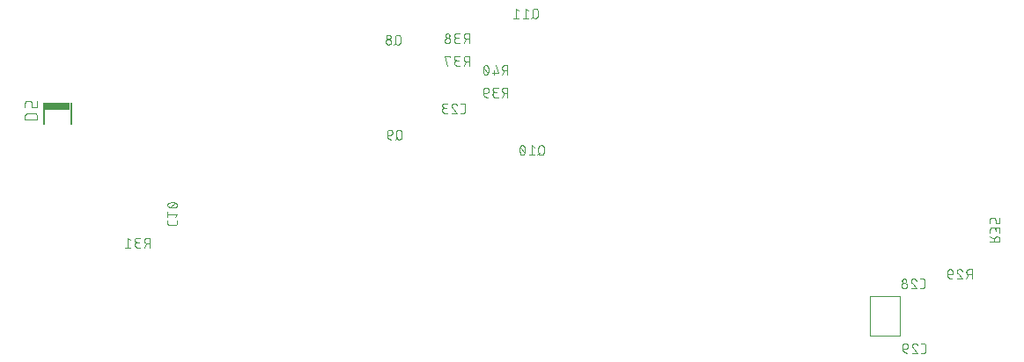
<source format=gbr>
G04 EAGLE Gerber RS-274X export*
G75*
%MOMM*%
%FSLAX34Y34*%
%LPD*%
%INSilkscreen Bottom*%
%IPPOS*%
%AMOC8*
5,1,8,0,0,1.08239X$1,22.5*%
G01*
%ADD10C,0.203200*%
%ADD11R,2.450000X0.675000*%
%ADD12C,0.101600*%
%ADD13C,0.076200*%


D10*
X215600Y308800D02*
X215600Y288200D01*
X241600Y288200D02*
X241600Y308800D01*
D11*
X228600Y305725D03*
D12*
X209042Y292340D02*
X197358Y292340D01*
X209042Y292340D02*
X209042Y295585D01*
X209040Y295698D01*
X209034Y295811D01*
X209024Y295924D01*
X209010Y296037D01*
X208993Y296149D01*
X208971Y296260D01*
X208946Y296370D01*
X208916Y296480D01*
X208883Y296588D01*
X208846Y296695D01*
X208806Y296801D01*
X208761Y296905D01*
X208713Y297008D01*
X208662Y297109D01*
X208607Y297208D01*
X208549Y297305D01*
X208487Y297400D01*
X208422Y297493D01*
X208354Y297583D01*
X208283Y297671D01*
X208208Y297757D01*
X208131Y297840D01*
X208051Y297920D01*
X207968Y297997D01*
X207882Y298072D01*
X207794Y298143D01*
X207704Y298211D01*
X207611Y298276D01*
X207516Y298338D01*
X207419Y298396D01*
X207320Y298451D01*
X207219Y298502D01*
X207116Y298550D01*
X207012Y298595D01*
X206906Y298635D01*
X206799Y298672D01*
X206691Y298705D01*
X206581Y298735D01*
X206471Y298760D01*
X206360Y298782D01*
X206248Y298799D01*
X206135Y298813D01*
X206022Y298823D01*
X205909Y298829D01*
X205796Y298831D01*
X200604Y298831D01*
X200491Y298829D01*
X200378Y298823D01*
X200265Y298813D01*
X200152Y298799D01*
X200040Y298782D01*
X199929Y298760D01*
X199819Y298735D01*
X199709Y298705D01*
X199601Y298672D01*
X199494Y298635D01*
X199388Y298595D01*
X199284Y298550D01*
X199181Y298502D01*
X199080Y298451D01*
X198981Y298396D01*
X198884Y298338D01*
X198789Y298276D01*
X198696Y298211D01*
X198606Y298143D01*
X198518Y298072D01*
X198432Y297997D01*
X198349Y297920D01*
X198269Y297840D01*
X198192Y297757D01*
X198117Y297671D01*
X198046Y297583D01*
X197978Y297493D01*
X197913Y297400D01*
X197851Y297305D01*
X197793Y297208D01*
X197738Y297109D01*
X197687Y297008D01*
X197639Y296905D01*
X197594Y296801D01*
X197554Y296695D01*
X197517Y296588D01*
X197484Y296480D01*
X197454Y296370D01*
X197429Y296260D01*
X197407Y296149D01*
X197390Y296037D01*
X197376Y295924D01*
X197366Y295811D01*
X197360Y295698D01*
X197358Y295585D01*
X197358Y292340D01*
X197358Y304151D02*
X197358Y308046D01*
X197360Y308145D01*
X197366Y308245D01*
X197375Y308344D01*
X197388Y308442D01*
X197405Y308540D01*
X197426Y308638D01*
X197451Y308734D01*
X197479Y308829D01*
X197511Y308923D01*
X197546Y309016D01*
X197585Y309108D01*
X197628Y309198D01*
X197673Y309286D01*
X197723Y309373D01*
X197775Y309457D01*
X197831Y309540D01*
X197889Y309620D01*
X197951Y309698D01*
X198016Y309773D01*
X198084Y309846D01*
X198154Y309916D01*
X198227Y309984D01*
X198302Y310049D01*
X198380Y310111D01*
X198460Y310169D01*
X198543Y310225D01*
X198627Y310277D01*
X198714Y310327D01*
X198802Y310372D01*
X198892Y310415D01*
X198984Y310454D01*
X199077Y310489D01*
X199171Y310521D01*
X199266Y310549D01*
X199362Y310574D01*
X199460Y310595D01*
X199558Y310612D01*
X199656Y310625D01*
X199755Y310634D01*
X199855Y310640D01*
X199954Y310642D01*
X201253Y310642D01*
X201352Y310640D01*
X201452Y310634D01*
X201551Y310625D01*
X201649Y310612D01*
X201747Y310595D01*
X201845Y310574D01*
X201941Y310549D01*
X202036Y310521D01*
X202130Y310489D01*
X202223Y310454D01*
X202315Y310415D01*
X202405Y310372D01*
X202493Y310327D01*
X202580Y310277D01*
X202664Y310225D01*
X202747Y310169D01*
X202827Y310111D01*
X202905Y310049D01*
X202980Y309984D01*
X203053Y309916D01*
X203123Y309846D01*
X203191Y309773D01*
X203256Y309698D01*
X203318Y309620D01*
X203376Y309540D01*
X203432Y309457D01*
X203484Y309373D01*
X203534Y309286D01*
X203579Y309198D01*
X203622Y309108D01*
X203661Y309016D01*
X203696Y308923D01*
X203728Y308829D01*
X203756Y308734D01*
X203781Y308638D01*
X203802Y308540D01*
X203819Y308442D01*
X203832Y308344D01*
X203841Y308245D01*
X203847Y308145D01*
X203849Y308046D01*
X203849Y304151D01*
X209042Y304151D01*
X209042Y310642D01*
D13*
X616385Y298831D02*
X618473Y298831D01*
X618562Y298833D01*
X618650Y298839D01*
X618738Y298848D01*
X618826Y298861D01*
X618913Y298878D01*
X618999Y298898D01*
X619084Y298923D01*
X619169Y298950D01*
X619252Y298982D01*
X619333Y299016D01*
X619413Y299055D01*
X619491Y299096D01*
X619568Y299141D01*
X619642Y299189D01*
X619715Y299240D01*
X619785Y299294D01*
X619852Y299352D01*
X619918Y299412D01*
X619980Y299474D01*
X620040Y299540D01*
X620098Y299607D01*
X620152Y299677D01*
X620203Y299750D01*
X620251Y299824D01*
X620296Y299901D01*
X620337Y299979D01*
X620376Y300059D01*
X620410Y300140D01*
X620442Y300223D01*
X620469Y300308D01*
X620494Y300393D01*
X620514Y300479D01*
X620531Y300566D01*
X620544Y300654D01*
X620553Y300742D01*
X620559Y300830D01*
X620561Y300919D01*
X620562Y300919D02*
X620562Y306141D01*
X620561Y306141D02*
X620559Y306230D01*
X620553Y306318D01*
X620544Y306406D01*
X620531Y306494D01*
X620514Y306581D01*
X620494Y306667D01*
X620469Y306752D01*
X620442Y306837D01*
X620410Y306920D01*
X620376Y307001D01*
X620337Y307081D01*
X620296Y307159D01*
X620251Y307236D01*
X620203Y307310D01*
X620152Y307383D01*
X620098Y307453D01*
X620040Y307520D01*
X619980Y307586D01*
X619918Y307648D01*
X619852Y307708D01*
X619785Y307766D01*
X619715Y307820D01*
X619642Y307871D01*
X619568Y307919D01*
X619491Y307964D01*
X619413Y308005D01*
X619333Y308044D01*
X619252Y308078D01*
X619169Y308110D01*
X619084Y308137D01*
X618999Y308162D01*
X618913Y308182D01*
X618826Y308199D01*
X618738Y308212D01*
X618650Y308221D01*
X618562Y308227D01*
X618473Y308229D01*
X616385Y308229D01*
X610044Y308230D02*
X609949Y308228D01*
X609855Y308222D01*
X609761Y308213D01*
X609667Y308200D01*
X609574Y308183D01*
X609482Y308162D01*
X609390Y308137D01*
X609300Y308109D01*
X609211Y308077D01*
X609123Y308042D01*
X609037Y308003D01*
X608952Y307961D01*
X608869Y307915D01*
X608788Y307866D01*
X608709Y307814D01*
X608632Y307759D01*
X608558Y307700D01*
X608486Y307639D01*
X608416Y307575D01*
X608349Y307508D01*
X608285Y307438D01*
X608224Y307366D01*
X608165Y307292D01*
X608110Y307215D01*
X608058Y307136D01*
X608009Y307055D01*
X607963Y306972D01*
X607921Y306887D01*
X607882Y306801D01*
X607847Y306713D01*
X607815Y306624D01*
X607787Y306534D01*
X607762Y306442D01*
X607741Y306350D01*
X607724Y306257D01*
X607711Y306163D01*
X607702Y306069D01*
X607696Y305975D01*
X607694Y305880D01*
X610044Y308229D02*
X610152Y308227D01*
X610261Y308221D01*
X610369Y308211D01*
X610476Y308198D01*
X610583Y308180D01*
X610690Y308159D01*
X610795Y308134D01*
X610900Y308105D01*
X611003Y308073D01*
X611105Y308036D01*
X611206Y307996D01*
X611305Y307953D01*
X611403Y307906D01*
X611499Y307855D01*
X611593Y307801D01*
X611685Y307744D01*
X611775Y307683D01*
X611863Y307619D01*
X611948Y307553D01*
X612031Y307483D01*
X612111Y307410D01*
X612189Y307334D01*
X612264Y307256D01*
X612336Y307175D01*
X612405Y307091D01*
X612471Y307005D01*
X612534Y306917D01*
X612593Y306826D01*
X612650Y306734D01*
X612703Y306639D01*
X612752Y306542D01*
X612798Y306444D01*
X612841Y306345D01*
X612880Y306243D01*
X612915Y306141D01*
X608478Y304052D02*
X608409Y304121D01*
X608343Y304192D01*
X608279Y304265D01*
X608218Y304341D01*
X608160Y304420D01*
X608106Y304500D01*
X608054Y304583D01*
X608006Y304667D01*
X607960Y304753D01*
X607919Y304841D01*
X607880Y304931D01*
X607845Y305022D01*
X607814Y305114D01*
X607786Y305207D01*
X607762Y305301D01*
X607742Y305396D01*
X607725Y305492D01*
X607712Y305589D01*
X607703Y305686D01*
X607697Y305783D01*
X607695Y305880D01*
X608478Y304052D02*
X612916Y298831D01*
X607695Y298831D01*
X603772Y298831D02*
X601162Y298831D01*
X601061Y298833D01*
X600960Y298839D01*
X600859Y298849D01*
X600759Y298862D01*
X600659Y298880D01*
X600560Y298901D01*
X600462Y298927D01*
X600365Y298956D01*
X600269Y298988D01*
X600175Y299025D01*
X600082Y299065D01*
X599990Y299109D01*
X599901Y299156D01*
X599813Y299207D01*
X599727Y299261D01*
X599644Y299318D01*
X599562Y299378D01*
X599484Y299442D01*
X599407Y299508D01*
X599334Y299578D01*
X599263Y299650D01*
X599195Y299725D01*
X599130Y299803D01*
X599068Y299883D01*
X599009Y299965D01*
X598953Y300050D01*
X598901Y300137D01*
X598852Y300225D01*
X598806Y300316D01*
X598765Y300408D01*
X598726Y300502D01*
X598692Y300597D01*
X598661Y300693D01*
X598634Y300791D01*
X598610Y300889D01*
X598591Y300989D01*
X598575Y301089D01*
X598563Y301189D01*
X598555Y301290D01*
X598551Y301391D01*
X598551Y301493D01*
X598555Y301594D01*
X598563Y301695D01*
X598575Y301795D01*
X598591Y301895D01*
X598610Y301995D01*
X598634Y302093D01*
X598661Y302191D01*
X598692Y302287D01*
X598726Y302382D01*
X598765Y302476D01*
X598806Y302568D01*
X598852Y302659D01*
X598901Y302748D01*
X598953Y302834D01*
X599009Y302919D01*
X599068Y303001D01*
X599130Y303081D01*
X599195Y303159D01*
X599263Y303234D01*
X599334Y303306D01*
X599407Y303376D01*
X599484Y303442D01*
X599562Y303506D01*
X599644Y303566D01*
X599727Y303623D01*
X599813Y303677D01*
X599901Y303728D01*
X599990Y303775D01*
X600082Y303819D01*
X600175Y303859D01*
X600269Y303896D01*
X600365Y303928D01*
X600462Y303957D01*
X600560Y303983D01*
X600659Y304004D01*
X600759Y304022D01*
X600859Y304035D01*
X600960Y304045D01*
X601061Y304051D01*
X601162Y304053D01*
X600639Y308229D02*
X603772Y308229D01*
X600639Y308229D02*
X600549Y308227D01*
X600460Y308221D01*
X600370Y308212D01*
X600281Y308198D01*
X600193Y308181D01*
X600106Y308160D01*
X600019Y308135D01*
X599934Y308106D01*
X599850Y308074D01*
X599768Y308039D01*
X599687Y307999D01*
X599608Y307957D01*
X599531Y307911D01*
X599456Y307861D01*
X599383Y307809D01*
X599312Y307753D01*
X599244Y307695D01*
X599179Y307633D01*
X599116Y307569D01*
X599056Y307502D01*
X598999Y307433D01*
X598945Y307361D01*
X598894Y307287D01*
X598846Y307211D01*
X598802Y307133D01*
X598761Y307053D01*
X598723Y306971D01*
X598689Y306888D01*
X598659Y306803D01*
X598632Y306717D01*
X598609Y306631D01*
X598590Y306543D01*
X598575Y306454D01*
X598563Y306365D01*
X598555Y306276D01*
X598551Y306186D01*
X598551Y306096D01*
X598555Y306006D01*
X598563Y305917D01*
X598575Y305828D01*
X598590Y305739D01*
X598609Y305651D01*
X598632Y305565D01*
X598659Y305479D01*
X598689Y305394D01*
X598723Y305311D01*
X598761Y305229D01*
X598802Y305149D01*
X598846Y305071D01*
X598894Y304995D01*
X598945Y304921D01*
X598999Y304849D01*
X599056Y304780D01*
X599116Y304713D01*
X599179Y304649D01*
X599244Y304587D01*
X599312Y304529D01*
X599383Y304473D01*
X599456Y304421D01*
X599531Y304371D01*
X599608Y304325D01*
X599687Y304283D01*
X599768Y304243D01*
X599850Y304208D01*
X599934Y304176D01*
X600019Y304147D01*
X600106Y304122D01*
X600193Y304101D01*
X600281Y304084D01*
X600370Y304070D01*
X600460Y304061D01*
X600549Y304055D01*
X600639Y304053D01*
X600639Y304052D02*
X602728Y304052D01*
X317203Y178689D02*
X317203Y169291D01*
X317203Y178689D02*
X314592Y178689D01*
X314491Y178687D01*
X314390Y178681D01*
X314289Y178671D01*
X314189Y178658D01*
X314089Y178640D01*
X313990Y178619D01*
X313892Y178593D01*
X313795Y178564D01*
X313699Y178532D01*
X313605Y178495D01*
X313512Y178455D01*
X313420Y178411D01*
X313331Y178364D01*
X313243Y178313D01*
X313157Y178259D01*
X313074Y178202D01*
X312992Y178142D01*
X312914Y178078D01*
X312837Y178012D01*
X312764Y177942D01*
X312693Y177870D01*
X312625Y177795D01*
X312560Y177717D01*
X312498Y177637D01*
X312439Y177555D01*
X312383Y177470D01*
X312331Y177384D01*
X312282Y177295D01*
X312236Y177204D01*
X312195Y177112D01*
X312156Y177018D01*
X312122Y176923D01*
X312091Y176827D01*
X312064Y176729D01*
X312040Y176631D01*
X312021Y176531D01*
X312005Y176431D01*
X311993Y176331D01*
X311985Y176230D01*
X311981Y176129D01*
X311981Y176027D01*
X311985Y175926D01*
X311993Y175825D01*
X312005Y175725D01*
X312021Y175625D01*
X312040Y175525D01*
X312064Y175427D01*
X312091Y175329D01*
X312122Y175233D01*
X312156Y175138D01*
X312195Y175044D01*
X312236Y174952D01*
X312282Y174861D01*
X312331Y174773D01*
X312383Y174686D01*
X312439Y174601D01*
X312498Y174519D01*
X312560Y174439D01*
X312625Y174361D01*
X312693Y174286D01*
X312764Y174214D01*
X312837Y174144D01*
X312914Y174078D01*
X312992Y174014D01*
X313074Y173954D01*
X313157Y173897D01*
X313243Y173843D01*
X313331Y173792D01*
X313420Y173745D01*
X313512Y173701D01*
X313605Y173661D01*
X313699Y173624D01*
X313795Y173592D01*
X313892Y173563D01*
X313990Y173537D01*
X314089Y173516D01*
X314189Y173498D01*
X314289Y173485D01*
X314390Y173475D01*
X314491Y173469D01*
X314592Y173467D01*
X314592Y173468D02*
X317203Y173468D01*
X314070Y173468D02*
X311982Y169291D01*
X308116Y169291D02*
X305506Y169291D01*
X305405Y169293D01*
X305304Y169299D01*
X305203Y169309D01*
X305103Y169322D01*
X305003Y169340D01*
X304904Y169361D01*
X304806Y169387D01*
X304709Y169416D01*
X304613Y169448D01*
X304519Y169485D01*
X304426Y169525D01*
X304334Y169569D01*
X304245Y169616D01*
X304157Y169667D01*
X304071Y169721D01*
X303988Y169778D01*
X303906Y169838D01*
X303828Y169902D01*
X303751Y169968D01*
X303678Y170038D01*
X303607Y170110D01*
X303539Y170185D01*
X303474Y170263D01*
X303412Y170343D01*
X303353Y170425D01*
X303297Y170510D01*
X303245Y170597D01*
X303196Y170685D01*
X303150Y170776D01*
X303109Y170868D01*
X303070Y170962D01*
X303036Y171057D01*
X303005Y171153D01*
X302978Y171251D01*
X302954Y171349D01*
X302935Y171449D01*
X302919Y171549D01*
X302907Y171649D01*
X302899Y171750D01*
X302895Y171851D01*
X302895Y171953D01*
X302899Y172054D01*
X302907Y172155D01*
X302919Y172255D01*
X302935Y172355D01*
X302954Y172455D01*
X302978Y172553D01*
X303005Y172651D01*
X303036Y172747D01*
X303070Y172842D01*
X303109Y172936D01*
X303150Y173028D01*
X303196Y173119D01*
X303245Y173208D01*
X303297Y173294D01*
X303353Y173379D01*
X303412Y173461D01*
X303474Y173541D01*
X303539Y173619D01*
X303607Y173694D01*
X303678Y173766D01*
X303751Y173836D01*
X303828Y173902D01*
X303906Y173966D01*
X303988Y174026D01*
X304071Y174083D01*
X304157Y174137D01*
X304245Y174188D01*
X304334Y174235D01*
X304426Y174279D01*
X304519Y174319D01*
X304613Y174356D01*
X304709Y174388D01*
X304806Y174417D01*
X304904Y174443D01*
X305003Y174464D01*
X305103Y174482D01*
X305203Y174495D01*
X305304Y174505D01*
X305405Y174511D01*
X305506Y174513D01*
X304983Y178689D02*
X308116Y178689D01*
X304983Y178689D02*
X304893Y178687D01*
X304804Y178681D01*
X304714Y178672D01*
X304625Y178658D01*
X304537Y178641D01*
X304450Y178620D01*
X304363Y178595D01*
X304278Y178566D01*
X304194Y178534D01*
X304112Y178499D01*
X304031Y178459D01*
X303952Y178417D01*
X303875Y178371D01*
X303800Y178321D01*
X303727Y178269D01*
X303656Y178213D01*
X303588Y178155D01*
X303523Y178093D01*
X303460Y178029D01*
X303400Y177962D01*
X303343Y177893D01*
X303289Y177821D01*
X303238Y177747D01*
X303190Y177671D01*
X303146Y177593D01*
X303105Y177513D01*
X303067Y177431D01*
X303033Y177348D01*
X303003Y177263D01*
X302976Y177177D01*
X302953Y177091D01*
X302934Y177003D01*
X302919Y176914D01*
X302907Y176825D01*
X302899Y176736D01*
X302895Y176646D01*
X302895Y176556D01*
X302899Y176466D01*
X302907Y176377D01*
X302919Y176288D01*
X302934Y176199D01*
X302953Y176111D01*
X302976Y176025D01*
X303003Y175939D01*
X303033Y175854D01*
X303067Y175771D01*
X303105Y175689D01*
X303146Y175609D01*
X303190Y175531D01*
X303238Y175455D01*
X303289Y175381D01*
X303343Y175309D01*
X303400Y175240D01*
X303460Y175173D01*
X303523Y175109D01*
X303588Y175047D01*
X303656Y174989D01*
X303727Y174933D01*
X303800Y174881D01*
X303875Y174831D01*
X303952Y174785D01*
X304031Y174743D01*
X304112Y174703D01*
X304194Y174668D01*
X304278Y174636D01*
X304363Y174607D01*
X304450Y174582D01*
X304537Y174561D01*
X304625Y174544D01*
X304714Y174530D01*
X304804Y174521D01*
X304893Y174515D01*
X304983Y174513D01*
X304983Y174512D02*
X307072Y174512D01*
X298972Y176601D02*
X296362Y178689D01*
X296362Y169291D01*
X298972Y169291D02*
X293751Y169291D01*
X1125347Y174625D02*
X1134745Y174625D01*
X1134745Y177236D01*
X1134743Y177337D01*
X1134737Y177438D01*
X1134727Y177539D01*
X1134714Y177639D01*
X1134696Y177739D01*
X1134675Y177838D01*
X1134649Y177936D01*
X1134620Y178033D01*
X1134588Y178129D01*
X1134551Y178223D01*
X1134511Y178316D01*
X1134467Y178408D01*
X1134420Y178497D01*
X1134369Y178585D01*
X1134315Y178671D01*
X1134258Y178754D01*
X1134198Y178836D01*
X1134134Y178914D01*
X1134068Y178991D01*
X1133998Y179064D01*
X1133926Y179135D01*
X1133851Y179203D01*
X1133773Y179268D01*
X1133693Y179330D01*
X1133611Y179389D01*
X1133526Y179445D01*
X1133440Y179497D01*
X1133351Y179546D01*
X1133260Y179592D01*
X1133168Y179633D01*
X1133074Y179672D01*
X1132979Y179706D01*
X1132883Y179737D01*
X1132785Y179764D01*
X1132687Y179788D01*
X1132587Y179807D01*
X1132487Y179823D01*
X1132387Y179835D01*
X1132286Y179843D01*
X1132185Y179847D01*
X1132083Y179847D01*
X1131982Y179843D01*
X1131881Y179835D01*
X1131781Y179823D01*
X1131681Y179807D01*
X1131581Y179788D01*
X1131483Y179764D01*
X1131385Y179737D01*
X1131289Y179706D01*
X1131194Y179672D01*
X1131100Y179633D01*
X1131008Y179592D01*
X1130917Y179546D01*
X1130829Y179497D01*
X1130742Y179445D01*
X1130657Y179389D01*
X1130575Y179330D01*
X1130495Y179268D01*
X1130417Y179203D01*
X1130342Y179135D01*
X1130270Y179064D01*
X1130200Y178991D01*
X1130134Y178914D01*
X1130070Y178836D01*
X1130010Y178754D01*
X1129953Y178671D01*
X1129899Y178585D01*
X1129848Y178497D01*
X1129801Y178408D01*
X1129757Y178316D01*
X1129717Y178223D01*
X1129680Y178129D01*
X1129648Y178033D01*
X1129619Y177936D01*
X1129593Y177838D01*
X1129572Y177739D01*
X1129554Y177639D01*
X1129541Y177539D01*
X1129531Y177438D01*
X1129525Y177337D01*
X1129523Y177236D01*
X1129524Y177236D02*
X1129524Y174625D01*
X1129524Y177758D02*
X1125347Y179846D01*
X1125347Y183712D02*
X1125347Y186322D01*
X1125349Y186423D01*
X1125355Y186524D01*
X1125365Y186625D01*
X1125378Y186725D01*
X1125396Y186825D01*
X1125417Y186924D01*
X1125443Y187022D01*
X1125472Y187119D01*
X1125504Y187215D01*
X1125541Y187309D01*
X1125581Y187402D01*
X1125625Y187494D01*
X1125672Y187583D01*
X1125723Y187671D01*
X1125777Y187757D01*
X1125834Y187840D01*
X1125894Y187922D01*
X1125958Y188000D01*
X1126024Y188077D01*
X1126094Y188150D01*
X1126166Y188221D01*
X1126241Y188289D01*
X1126319Y188354D01*
X1126399Y188416D01*
X1126481Y188475D01*
X1126566Y188531D01*
X1126653Y188583D01*
X1126741Y188632D01*
X1126832Y188678D01*
X1126924Y188719D01*
X1127018Y188758D01*
X1127113Y188792D01*
X1127209Y188823D01*
X1127307Y188850D01*
X1127405Y188874D01*
X1127505Y188893D01*
X1127605Y188909D01*
X1127705Y188921D01*
X1127806Y188929D01*
X1127907Y188933D01*
X1128009Y188933D01*
X1128110Y188929D01*
X1128211Y188921D01*
X1128311Y188909D01*
X1128411Y188893D01*
X1128511Y188874D01*
X1128609Y188850D01*
X1128707Y188823D01*
X1128803Y188792D01*
X1128898Y188758D01*
X1128992Y188719D01*
X1129084Y188678D01*
X1129175Y188632D01*
X1129264Y188583D01*
X1129350Y188531D01*
X1129435Y188475D01*
X1129517Y188416D01*
X1129597Y188354D01*
X1129675Y188289D01*
X1129750Y188221D01*
X1129822Y188150D01*
X1129892Y188077D01*
X1129958Y188000D01*
X1130022Y187922D01*
X1130082Y187840D01*
X1130139Y187757D01*
X1130193Y187671D01*
X1130244Y187583D01*
X1130291Y187494D01*
X1130335Y187402D01*
X1130375Y187309D01*
X1130412Y187215D01*
X1130444Y187119D01*
X1130473Y187022D01*
X1130499Y186924D01*
X1130520Y186825D01*
X1130538Y186725D01*
X1130551Y186625D01*
X1130561Y186524D01*
X1130567Y186423D01*
X1130569Y186322D01*
X1134745Y186845D02*
X1134745Y183712D01*
X1134745Y186845D02*
X1134743Y186935D01*
X1134737Y187024D01*
X1134728Y187114D01*
X1134714Y187203D01*
X1134697Y187291D01*
X1134676Y187378D01*
X1134651Y187465D01*
X1134622Y187550D01*
X1134590Y187634D01*
X1134555Y187716D01*
X1134515Y187797D01*
X1134473Y187876D01*
X1134427Y187953D01*
X1134377Y188028D01*
X1134325Y188101D01*
X1134269Y188172D01*
X1134211Y188240D01*
X1134149Y188305D01*
X1134085Y188368D01*
X1134018Y188428D01*
X1133949Y188485D01*
X1133877Y188539D01*
X1133803Y188590D01*
X1133727Y188638D01*
X1133649Y188682D01*
X1133569Y188723D01*
X1133487Y188761D01*
X1133404Y188795D01*
X1133319Y188825D01*
X1133233Y188852D01*
X1133147Y188875D01*
X1133059Y188894D01*
X1132970Y188909D01*
X1132881Y188921D01*
X1132792Y188929D01*
X1132702Y188933D01*
X1132612Y188933D01*
X1132522Y188929D01*
X1132433Y188921D01*
X1132344Y188909D01*
X1132255Y188894D01*
X1132167Y188875D01*
X1132081Y188852D01*
X1131995Y188825D01*
X1131910Y188795D01*
X1131827Y188761D01*
X1131745Y188723D01*
X1131665Y188682D01*
X1131587Y188638D01*
X1131511Y188590D01*
X1131437Y188539D01*
X1131365Y188485D01*
X1131296Y188428D01*
X1131229Y188368D01*
X1131165Y188305D01*
X1131103Y188240D01*
X1131045Y188172D01*
X1130989Y188101D01*
X1130937Y188028D01*
X1130887Y187953D01*
X1130841Y187876D01*
X1130799Y187797D01*
X1130759Y187716D01*
X1130724Y187634D01*
X1130692Y187550D01*
X1130663Y187465D01*
X1130638Y187378D01*
X1130617Y187291D01*
X1130600Y187203D01*
X1130586Y187114D01*
X1130577Y187024D01*
X1130571Y186935D01*
X1130569Y186845D01*
X1130568Y186845D02*
X1130568Y184756D01*
X1125347Y192856D02*
X1125347Y195989D01*
X1125349Y196078D01*
X1125355Y196166D01*
X1125364Y196254D01*
X1125377Y196342D01*
X1125394Y196429D01*
X1125414Y196515D01*
X1125439Y196600D01*
X1125466Y196685D01*
X1125498Y196768D01*
X1125532Y196849D01*
X1125571Y196929D01*
X1125612Y197007D01*
X1125657Y197084D01*
X1125705Y197158D01*
X1125756Y197231D01*
X1125810Y197301D01*
X1125868Y197368D01*
X1125928Y197434D01*
X1125990Y197496D01*
X1126056Y197556D01*
X1126123Y197614D01*
X1126193Y197668D01*
X1126266Y197719D01*
X1126340Y197767D01*
X1126417Y197812D01*
X1126495Y197853D01*
X1126575Y197892D01*
X1126656Y197926D01*
X1126739Y197958D01*
X1126824Y197985D01*
X1126909Y198010D01*
X1126995Y198030D01*
X1127082Y198047D01*
X1127170Y198060D01*
X1127258Y198069D01*
X1127346Y198075D01*
X1127435Y198077D01*
X1128480Y198077D01*
X1128569Y198075D01*
X1128657Y198069D01*
X1128745Y198060D01*
X1128833Y198047D01*
X1128920Y198030D01*
X1129006Y198010D01*
X1129091Y197985D01*
X1129176Y197958D01*
X1129259Y197926D01*
X1129340Y197892D01*
X1129420Y197853D01*
X1129498Y197812D01*
X1129575Y197767D01*
X1129649Y197719D01*
X1129722Y197668D01*
X1129792Y197614D01*
X1129859Y197556D01*
X1129925Y197496D01*
X1129987Y197434D01*
X1130047Y197368D01*
X1130105Y197301D01*
X1130159Y197231D01*
X1130210Y197158D01*
X1130258Y197084D01*
X1130303Y197007D01*
X1130344Y196929D01*
X1130383Y196849D01*
X1130417Y196768D01*
X1130449Y196685D01*
X1130476Y196600D01*
X1130501Y196515D01*
X1130521Y196429D01*
X1130538Y196342D01*
X1130551Y196254D01*
X1130560Y196166D01*
X1130566Y196078D01*
X1130568Y195989D01*
X1130568Y192856D01*
X1134745Y192856D01*
X1134745Y198077D01*
X558419Y367482D02*
X558419Y371658D01*
X558417Y371759D01*
X558411Y371860D01*
X558401Y371961D01*
X558388Y372061D01*
X558370Y372161D01*
X558349Y372260D01*
X558323Y372358D01*
X558294Y372455D01*
X558262Y372551D01*
X558225Y372645D01*
X558185Y372738D01*
X558141Y372830D01*
X558094Y372919D01*
X558043Y373007D01*
X557989Y373093D01*
X557932Y373176D01*
X557872Y373258D01*
X557808Y373336D01*
X557742Y373413D01*
X557672Y373486D01*
X557600Y373557D01*
X557525Y373625D01*
X557447Y373690D01*
X557367Y373752D01*
X557285Y373811D01*
X557200Y373867D01*
X557114Y373919D01*
X557025Y373968D01*
X556934Y374014D01*
X556842Y374055D01*
X556748Y374094D01*
X556653Y374128D01*
X556557Y374159D01*
X556459Y374186D01*
X556361Y374210D01*
X556261Y374229D01*
X556161Y374245D01*
X556061Y374257D01*
X555960Y374265D01*
X555859Y374269D01*
X555757Y374269D01*
X555656Y374265D01*
X555555Y374257D01*
X555455Y374245D01*
X555355Y374229D01*
X555255Y374210D01*
X555157Y374186D01*
X555059Y374159D01*
X554963Y374128D01*
X554868Y374094D01*
X554774Y374055D01*
X554682Y374014D01*
X554591Y373968D01*
X554503Y373919D01*
X554416Y373867D01*
X554331Y373811D01*
X554249Y373752D01*
X554169Y373690D01*
X554091Y373625D01*
X554016Y373557D01*
X553944Y373486D01*
X553874Y373413D01*
X553808Y373336D01*
X553744Y373258D01*
X553684Y373176D01*
X553627Y373093D01*
X553573Y373007D01*
X553522Y372919D01*
X553475Y372830D01*
X553431Y372738D01*
X553391Y372645D01*
X553354Y372551D01*
X553322Y372455D01*
X553293Y372358D01*
X553267Y372260D01*
X553246Y372161D01*
X553228Y372061D01*
X553215Y371961D01*
X553205Y371860D01*
X553199Y371759D01*
X553197Y371658D01*
X553198Y371658D02*
X553198Y367482D01*
X553197Y367482D02*
X553199Y367381D01*
X553205Y367280D01*
X553215Y367179D01*
X553228Y367079D01*
X553246Y366979D01*
X553267Y366880D01*
X553293Y366782D01*
X553322Y366685D01*
X553354Y366589D01*
X553391Y366495D01*
X553431Y366402D01*
X553475Y366310D01*
X553522Y366221D01*
X553573Y366133D01*
X553627Y366047D01*
X553684Y365964D01*
X553744Y365882D01*
X553808Y365804D01*
X553874Y365727D01*
X553944Y365654D01*
X554016Y365583D01*
X554091Y365515D01*
X554169Y365450D01*
X554249Y365388D01*
X554331Y365329D01*
X554416Y365273D01*
X554503Y365221D01*
X554591Y365172D01*
X554682Y365126D01*
X554774Y365085D01*
X554868Y365046D01*
X554963Y365012D01*
X555059Y364981D01*
X555157Y364954D01*
X555255Y364930D01*
X555355Y364911D01*
X555455Y364895D01*
X555555Y364883D01*
X555656Y364875D01*
X555757Y364871D01*
X555859Y364871D01*
X555960Y364875D01*
X556061Y364883D01*
X556161Y364895D01*
X556261Y364911D01*
X556361Y364930D01*
X556459Y364954D01*
X556557Y364981D01*
X556653Y365012D01*
X556748Y365046D01*
X556842Y365085D01*
X556934Y365126D01*
X557025Y365172D01*
X557114Y365221D01*
X557200Y365273D01*
X557285Y365329D01*
X557367Y365388D01*
X557447Y365450D01*
X557525Y365515D01*
X557600Y365583D01*
X557672Y365654D01*
X557742Y365727D01*
X557808Y365804D01*
X557872Y365882D01*
X557932Y365964D01*
X557989Y366047D01*
X558043Y366133D01*
X558094Y366221D01*
X558141Y366310D01*
X558185Y366402D01*
X558225Y366495D01*
X558262Y366589D01*
X558294Y366685D01*
X558323Y366782D01*
X558349Y366880D01*
X558370Y366979D01*
X558388Y367079D01*
X558401Y367179D01*
X558411Y367280D01*
X558417Y367381D01*
X558419Y367482D01*
X554242Y366959D02*
X552154Y364871D01*
X549488Y367482D02*
X549486Y367583D01*
X549480Y367684D01*
X549470Y367785D01*
X549457Y367885D01*
X549439Y367985D01*
X549418Y368084D01*
X549392Y368182D01*
X549363Y368279D01*
X549331Y368375D01*
X549294Y368469D01*
X549254Y368562D01*
X549210Y368654D01*
X549163Y368743D01*
X549112Y368831D01*
X549058Y368917D01*
X549001Y369000D01*
X548941Y369082D01*
X548877Y369160D01*
X548811Y369237D01*
X548741Y369310D01*
X548669Y369381D01*
X548594Y369449D01*
X548516Y369514D01*
X548436Y369576D01*
X548354Y369635D01*
X548269Y369691D01*
X548183Y369743D01*
X548094Y369792D01*
X548003Y369838D01*
X547911Y369879D01*
X547817Y369918D01*
X547722Y369952D01*
X547626Y369983D01*
X547528Y370010D01*
X547430Y370034D01*
X547330Y370053D01*
X547230Y370069D01*
X547130Y370081D01*
X547029Y370089D01*
X546928Y370093D01*
X546826Y370093D01*
X546725Y370089D01*
X546624Y370081D01*
X546524Y370069D01*
X546424Y370053D01*
X546324Y370034D01*
X546226Y370010D01*
X546128Y369983D01*
X546032Y369952D01*
X545937Y369918D01*
X545843Y369879D01*
X545751Y369838D01*
X545660Y369792D01*
X545572Y369743D01*
X545485Y369691D01*
X545400Y369635D01*
X545318Y369576D01*
X545238Y369514D01*
X545160Y369449D01*
X545085Y369381D01*
X545013Y369310D01*
X544943Y369237D01*
X544877Y369160D01*
X544813Y369082D01*
X544753Y369000D01*
X544696Y368917D01*
X544642Y368831D01*
X544591Y368743D01*
X544544Y368654D01*
X544500Y368562D01*
X544460Y368469D01*
X544423Y368375D01*
X544391Y368279D01*
X544362Y368182D01*
X544336Y368084D01*
X544315Y367985D01*
X544297Y367885D01*
X544284Y367785D01*
X544274Y367684D01*
X544268Y367583D01*
X544266Y367482D01*
X544268Y367381D01*
X544274Y367280D01*
X544284Y367179D01*
X544297Y367079D01*
X544315Y366979D01*
X544336Y366880D01*
X544362Y366782D01*
X544391Y366685D01*
X544423Y366589D01*
X544460Y366495D01*
X544500Y366402D01*
X544544Y366310D01*
X544591Y366221D01*
X544642Y366133D01*
X544696Y366047D01*
X544753Y365964D01*
X544813Y365882D01*
X544877Y365804D01*
X544943Y365727D01*
X545013Y365654D01*
X545085Y365583D01*
X545160Y365515D01*
X545238Y365450D01*
X545318Y365388D01*
X545400Y365329D01*
X545485Y365273D01*
X545572Y365221D01*
X545660Y365172D01*
X545751Y365126D01*
X545843Y365085D01*
X545937Y365046D01*
X546032Y365012D01*
X546128Y364981D01*
X546226Y364954D01*
X546324Y364930D01*
X546424Y364911D01*
X546524Y364895D01*
X546624Y364883D01*
X546725Y364875D01*
X546826Y364871D01*
X546928Y364871D01*
X547029Y364875D01*
X547130Y364883D01*
X547230Y364895D01*
X547330Y364911D01*
X547430Y364930D01*
X547528Y364954D01*
X547626Y364981D01*
X547722Y365012D01*
X547817Y365046D01*
X547911Y365085D01*
X548003Y365126D01*
X548094Y365172D01*
X548183Y365221D01*
X548269Y365273D01*
X548354Y365329D01*
X548436Y365388D01*
X548516Y365450D01*
X548594Y365515D01*
X548669Y365583D01*
X548741Y365654D01*
X548811Y365727D01*
X548877Y365804D01*
X548941Y365882D01*
X549001Y365964D01*
X549058Y366047D01*
X549112Y366133D01*
X549163Y366221D01*
X549210Y366310D01*
X549254Y366402D01*
X549294Y366495D01*
X549331Y366589D01*
X549363Y366685D01*
X549392Y366782D01*
X549418Y366880D01*
X549439Y366979D01*
X549457Y367079D01*
X549470Y367179D01*
X549480Y367280D01*
X549486Y367381D01*
X549488Y367482D01*
X548965Y372181D02*
X548963Y372271D01*
X548957Y372360D01*
X548948Y372450D01*
X548934Y372539D01*
X548917Y372627D01*
X548896Y372714D01*
X548871Y372801D01*
X548842Y372886D01*
X548810Y372970D01*
X548775Y373052D01*
X548735Y373133D01*
X548693Y373212D01*
X548647Y373289D01*
X548597Y373364D01*
X548545Y373437D01*
X548489Y373508D01*
X548431Y373576D01*
X548369Y373641D01*
X548305Y373704D01*
X548238Y373764D01*
X548169Y373821D01*
X548097Y373875D01*
X548023Y373926D01*
X547947Y373974D01*
X547869Y374018D01*
X547789Y374059D01*
X547707Y374097D01*
X547624Y374131D01*
X547539Y374161D01*
X547453Y374188D01*
X547367Y374211D01*
X547279Y374230D01*
X547190Y374245D01*
X547101Y374257D01*
X547012Y374265D01*
X546922Y374269D01*
X546832Y374269D01*
X546742Y374265D01*
X546653Y374257D01*
X546564Y374245D01*
X546475Y374230D01*
X546387Y374211D01*
X546301Y374188D01*
X546215Y374161D01*
X546130Y374131D01*
X546047Y374097D01*
X545965Y374059D01*
X545885Y374018D01*
X545807Y373974D01*
X545731Y373926D01*
X545657Y373875D01*
X545585Y373821D01*
X545516Y373764D01*
X545449Y373704D01*
X545385Y373641D01*
X545323Y373576D01*
X545265Y373508D01*
X545209Y373437D01*
X545157Y373364D01*
X545107Y373289D01*
X545061Y373212D01*
X545019Y373133D01*
X544979Y373052D01*
X544944Y372970D01*
X544912Y372886D01*
X544883Y372801D01*
X544858Y372714D01*
X544837Y372627D01*
X544820Y372539D01*
X544806Y372450D01*
X544797Y372360D01*
X544791Y372271D01*
X544789Y372181D01*
X544791Y372091D01*
X544797Y372002D01*
X544806Y371912D01*
X544820Y371823D01*
X544837Y371735D01*
X544858Y371648D01*
X544883Y371561D01*
X544912Y371476D01*
X544944Y371392D01*
X544979Y371310D01*
X545019Y371229D01*
X545061Y371150D01*
X545107Y371073D01*
X545157Y370998D01*
X545209Y370925D01*
X545265Y370854D01*
X545323Y370786D01*
X545385Y370721D01*
X545449Y370658D01*
X545516Y370598D01*
X545585Y370541D01*
X545657Y370487D01*
X545731Y370436D01*
X545807Y370388D01*
X545885Y370344D01*
X545965Y370303D01*
X546047Y370265D01*
X546130Y370231D01*
X546215Y370201D01*
X546301Y370174D01*
X546387Y370151D01*
X546475Y370132D01*
X546564Y370117D01*
X546653Y370105D01*
X546742Y370097D01*
X546832Y370093D01*
X546922Y370093D01*
X547012Y370097D01*
X547101Y370105D01*
X547190Y370117D01*
X547279Y370132D01*
X547367Y370151D01*
X547453Y370174D01*
X547539Y370201D01*
X547624Y370231D01*
X547707Y370265D01*
X547789Y370303D01*
X547869Y370344D01*
X547947Y370388D01*
X548023Y370436D01*
X548097Y370487D01*
X548169Y370541D01*
X548238Y370598D01*
X548305Y370658D01*
X548369Y370721D01*
X548431Y370786D01*
X548489Y370854D01*
X548545Y370925D01*
X548597Y370998D01*
X548647Y371073D01*
X548693Y371150D01*
X548735Y371229D01*
X548775Y371310D01*
X548810Y371392D01*
X548842Y371476D01*
X548871Y371561D01*
X548896Y371648D01*
X548917Y371735D01*
X548934Y371823D01*
X548948Y371912D01*
X548957Y372002D01*
X548963Y372091D01*
X548965Y372181D01*
X624459Y353949D02*
X624459Y344551D01*
X624459Y353949D02*
X621848Y353949D01*
X621747Y353947D01*
X621646Y353941D01*
X621545Y353931D01*
X621445Y353918D01*
X621345Y353900D01*
X621246Y353879D01*
X621148Y353853D01*
X621051Y353824D01*
X620955Y353792D01*
X620861Y353755D01*
X620768Y353715D01*
X620676Y353671D01*
X620587Y353624D01*
X620499Y353573D01*
X620413Y353519D01*
X620330Y353462D01*
X620248Y353402D01*
X620170Y353338D01*
X620093Y353272D01*
X620020Y353202D01*
X619949Y353130D01*
X619881Y353055D01*
X619816Y352977D01*
X619754Y352897D01*
X619695Y352815D01*
X619639Y352730D01*
X619587Y352644D01*
X619538Y352555D01*
X619492Y352464D01*
X619451Y352372D01*
X619412Y352278D01*
X619378Y352183D01*
X619347Y352087D01*
X619320Y351989D01*
X619296Y351891D01*
X619277Y351791D01*
X619261Y351691D01*
X619249Y351591D01*
X619241Y351490D01*
X619237Y351389D01*
X619237Y351287D01*
X619241Y351186D01*
X619249Y351085D01*
X619261Y350985D01*
X619277Y350885D01*
X619296Y350785D01*
X619320Y350687D01*
X619347Y350589D01*
X619378Y350493D01*
X619412Y350398D01*
X619451Y350304D01*
X619492Y350212D01*
X619538Y350121D01*
X619587Y350033D01*
X619639Y349946D01*
X619695Y349861D01*
X619754Y349779D01*
X619816Y349699D01*
X619881Y349621D01*
X619949Y349546D01*
X620020Y349474D01*
X620093Y349404D01*
X620170Y349338D01*
X620248Y349274D01*
X620330Y349214D01*
X620413Y349157D01*
X620499Y349103D01*
X620587Y349052D01*
X620676Y349005D01*
X620768Y348961D01*
X620861Y348921D01*
X620955Y348884D01*
X621051Y348852D01*
X621148Y348823D01*
X621246Y348797D01*
X621345Y348776D01*
X621445Y348758D01*
X621545Y348745D01*
X621646Y348735D01*
X621747Y348729D01*
X621848Y348727D01*
X621848Y348728D02*
X624459Y348728D01*
X621326Y348728D02*
X619238Y344551D01*
X615372Y344551D02*
X612762Y344551D01*
X612661Y344553D01*
X612560Y344559D01*
X612459Y344569D01*
X612359Y344582D01*
X612259Y344600D01*
X612160Y344621D01*
X612062Y344647D01*
X611965Y344676D01*
X611869Y344708D01*
X611775Y344745D01*
X611682Y344785D01*
X611590Y344829D01*
X611501Y344876D01*
X611413Y344927D01*
X611327Y344981D01*
X611244Y345038D01*
X611162Y345098D01*
X611084Y345162D01*
X611007Y345228D01*
X610934Y345298D01*
X610863Y345370D01*
X610795Y345445D01*
X610730Y345523D01*
X610668Y345603D01*
X610609Y345685D01*
X610553Y345770D01*
X610501Y345857D01*
X610452Y345945D01*
X610406Y346036D01*
X610365Y346128D01*
X610326Y346222D01*
X610292Y346317D01*
X610261Y346413D01*
X610234Y346511D01*
X610210Y346609D01*
X610191Y346709D01*
X610175Y346809D01*
X610163Y346909D01*
X610155Y347010D01*
X610151Y347111D01*
X610151Y347213D01*
X610155Y347314D01*
X610163Y347415D01*
X610175Y347515D01*
X610191Y347615D01*
X610210Y347715D01*
X610234Y347813D01*
X610261Y347911D01*
X610292Y348007D01*
X610326Y348102D01*
X610365Y348196D01*
X610406Y348288D01*
X610452Y348379D01*
X610501Y348468D01*
X610553Y348554D01*
X610609Y348639D01*
X610668Y348721D01*
X610730Y348801D01*
X610795Y348879D01*
X610863Y348954D01*
X610934Y349026D01*
X611007Y349096D01*
X611084Y349162D01*
X611162Y349226D01*
X611244Y349286D01*
X611327Y349343D01*
X611413Y349397D01*
X611501Y349448D01*
X611590Y349495D01*
X611682Y349539D01*
X611775Y349579D01*
X611869Y349616D01*
X611965Y349648D01*
X612062Y349677D01*
X612160Y349703D01*
X612259Y349724D01*
X612359Y349742D01*
X612459Y349755D01*
X612560Y349765D01*
X612661Y349771D01*
X612762Y349773D01*
X612239Y353949D02*
X615372Y353949D01*
X612239Y353949D02*
X612149Y353947D01*
X612060Y353941D01*
X611970Y353932D01*
X611881Y353918D01*
X611793Y353901D01*
X611706Y353880D01*
X611619Y353855D01*
X611534Y353826D01*
X611450Y353794D01*
X611368Y353759D01*
X611287Y353719D01*
X611208Y353677D01*
X611131Y353631D01*
X611056Y353581D01*
X610983Y353529D01*
X610912Y353473D01*
X610844Y353415D01*
X610779Y353353D01*
X610716Y353289D01*
X610656Y353222D01*
X610599Y353153D01*
X610545Y353081D01*
X610494Y353007D01*
X610446Y352931D01*
X610402Y352853D01*
X610361Y352773D01*
X610323Y352691D01*
X610289Y352608D01*
X610259Y352523D01*
X610232Y352437D01*
X610209Y352351D01*
X610190Y352263D01*
X610175Y352174D01*
X610163Y352085D01*
X610155Y351996D01*
X610151Y351906D01*
X610151Y351816D01*
X610155Y351726D01*
X610163Y351637D01*
X610175Y351548D01*
X610190Y351459D01*
X610209Y351371D01*
X610232Y351285D01*
X610259Y351199D01*
X610289Y351114D01*
X610323Y351031D01*
X610361Y350949D01*
X610402Y350869D01*
X610446Y350791D01*
X610494Y350715D01*
X610545Y350641D01*
X610599Y350569D01*
X610656Y350500D01*
X610716Y350433D01*
X610779Y350369D01*
X610844Y350307D01*
X610912Y350249D01*
X610983Y350193D01*
X611056Y350141D01*
X611131Y350091D01*
X611208Y350045D01*
X611287Y350003D01*
X611368Y349963D01*
X611450Y349928D01*
X611534Y349896D01*
X611619Y349867D01*
X611706Y349842D01*
X611793Y349821D01*
X611881Y349804D01*
X611970Y349790D01*
X612060Y349781D01*
X612149Y349775D01*
X612239Y349773D01*
X612239Y349772D02*
X614328Y349772D01*
X606228Y352905D02*
X606228Y353949D01*
X601007Y353949D01*
X603618Y344551D01*
X559689Y280218D02*
X559689Y276042D01*
X559689Y280218D02*
X559687Y280319D01*
X559681Y280420D01*
X559671Y280521D01*
X559658Y280621D01*
X559640Y280721D01*
X559619Y280820D01*
X559593Y280918D01*
X559564Y281015D01*
X559532Y281111D01*
X559495Y281205D01*
X559455Y281298D01*
X559411Y281390D01*
X559364Y281479D01*
X559313Y281567D01*
X559259Y281653D01*
X559202Y281736D01*
X559142Y281818D01*
X559078Y281896D01*
X559012Y281973D01*
X558942Y282046D01*
X558870Y282117D01*
X558795Y282185D01*
X558717Y282250D01*
X558637Y282312D01*
X558555Y282371D01*
X558470Y282427D01*
X558384Y282479D01*
X558295Y282528D01*
X558204Y282574D01*
X558112Y282615D01*
X558018Y282654D01*
X557923Y282688D01*
X557827Y282719D01*
X557729Y282746D01*
X557631Y282770D01*
X557531Y282789D01*
X557431Y282805D01*
X557331Y282817D01*
X557230Y282825D01*
X557129Y282829D01*
X557027Y282829D01*
X556926Y282825D01*
X556825Y282817D01*
X556725Y282805D01*
X556625Y282789D01*
X556525Y282770D01*
X556427Y282746D01*
X556329Y282719D01*
X556233Y282688D01*
X556138Y282654D01*
X556044Y282615D01*
X555952Y282574D01*
X555861Y282528D01*
X555773Y282479D01*
X555686Y282427D01*
X555601Y282371D01*
X555519Y282312D01*
X555439Y282250D01*
X555361Y282185D01*
X555286Y282117D01*
X555214Y282046D01*
X555144Y281973D01*
X555078Y281896D01*
X555014Y281818D01*
X554954Y281736D01*
X554897Y281653D01*
X554843Y281567D01*
X554792Y281479D01*
X554745Y281390D01*
X554701Y281298D01*
X554661Y281205D01*
X554624Y281111D01*
X554592Y281015D01*
X554563Y280918D01*
X554537Y280820D01*
X554516Y280721D01*
X554498Y280621D01*
X554485Y280521D01*
X554475Y280420D01*
X554469Y280319D01*
X554467Y280218D01*
X554468Y280218D02*
X554468Y276042D01*
X554467Y276042D02*
X554469Y275941D01*
X554475Y275840D01*
X554485Y275739D01*
X554498Y275639D01*
X554516Y275539D01*
X554537Y275440D01*
X554563Y275342D01*
X554592Y275245D01*
X554624Y275149D01*
X554661Y275055D01*
X554701Y274962D01*
X554745Y274870D01*
X554792Y274781D01*
X554843Y274693D01*
X554897Y274607D01*
X554954Y274524D01*
X555014Y274442D01*
X555078Y274364D01*
X555144Y274287D01*
X555214Y274214D01*
X555286Y274143D01*
X555361Y274075D01*
X555439Y274010D01*
X555519Y273948D01*
X555601Y273889D01*
X555686Y273833D01*
X555773Y273781D01*
X555861Y273732D01*
X555952Y273686D01*
X556044Y273645D01*
X556138Y273606D01*
X556233Y273572D01*
X556329Y273541D01*
X556427Y273514D01*
X556525Y273490D01*
X556625Y273471D01*
X556725Y273455D01*
X556825Y273443D01*
X556926Y273435D01*
X557027Y273431D01*
X557129Y273431D01*
X557230Y273435D01*
X557331Y273443D01*
X557431Y273455D01*
X557531Y273471D01*
X557631Y273490D01*
X557729Y273514D01*
X557827Y273541D01*
X557923Y273572D01*
X558018Y273606D01*
X558112Y273645D01*
X558204Y273686D01*
X558295Y273732D01*
X558384Y273781D01*
X558470Y273833D01*
X558555Y273889D01*
X558637Y273948D01*
X558717Y274010D01*
X558795Y274075D01*
X558870Y274143D01*
X558942Y274214D01*
X559012Y274287D01*
X559078Y274364D01*
X559142Y274442D01*
X559202Y274524D01*
X559259Y274607D01*
X559313Y274693D01*
X559364Y274781D01*
X559411Y274870D01*
X559455Y274962D01*
X559495Y275055D01*
X559532Y275149D01*
X559564Y275245D01*
X559593Y275342D01*
X559619Y275440D01*
X559640Y275539D01*
X559658Y275639D01*
X559671Y275739D01*
X559681Y275840D01*
X559687Y275941D01*
X559689Y276042D01*
X555512Y275519D02*
X553424Y273431D01*
X548669Y277608D02*
X545536Y277608D01*
X548669Y277608D02*
X548758Y277610D01*
X548846Y277616D01*
X548934Y277625D01*
X549022Y277638D01*
X549109Y277655D01*
X549195Y277675D01*
X549280Y277700D01*
X549365Y277727D01*
X549448Y277759D01*
X549529Y277793D01*
X549609Y277832D01*
X549687Y277873D01*
X549764Y277918D01*
X549838Y277966D01*
X549911Y278017D01*
X549981Y278071D01*
X550048Y278129D01*
X550114Y278189D01*
X550176Y278251D01*
X550236Y278317D01*
X550294Y278384D01*
X550348Y278454D01*
X550399Y278527D01*
X550447Y278601D01*
X550492Y278678D01*
X550533Y278756D01*
X550572Y278836D01*
X550606Y278917D01*
X550638Y279000D01*
X550665Y279085D01*
X550690Y279170D01*
X550710Y279256D01*
X550727Y279343D01*
X550740Y279431D01*
X550749Y279519D01*
X550755Y279607D01*
X550757Y279696D01*
X550757Y280218D01*
X550758Y280218D02*
X550756Y280319D01*
X550750Y280420D01*
X550740Y280521D01*
X550727Y280621D01*
X550709Y280721D01*
X550688Y280820D01*
X550662Y280918D01*
X550633Y281015D01*
X550601Y281111D01*
X550564Y281205D01*
X550524Y281298D01*
X550480Y281390D01*
X550433Y281479D01*
X550382Y281567D01*
X550328Y281653D01*
X550271Y281736D01*
X550211Y281818D01*
X550147Y281896D01*
X550081Y281973D01*
X550011Y282046D01*
X549939Y282117D01*
X549864Y282185D01*
X549786Y282250D01*
X549706Y282312D01*
X549624Y282371D01*
X549539Y282427D01*
X549453Y282479D01*
X549364Y282528D01*
X549273Y282574D01*
X549181Y282615D01*
X549087Y282654D01*
X548992Y282688D01*
X548896Y282719D01*
X548798Y282746D01*
X548700Y282770D01*
X548600Y282789D01*
X548500Y282805D01*
X548400Y282817D01*
X548299Y282825D01*
X548198Y282829D01*
X548096Y282829D01*
X547995Y282825D01*
X547894Y282817D01*
X547794Y282805D01*
X547694Y282789D01*
X547594Y282770D01*
X547496Y282746D01*
X547398Y282719D01*
X547302Y282688D01*
X547207Y282654D01*
X547113Y282615D01*
X547021Y282574D01*
X546930Y282528D01*
X546842Y282479D01*
X546755Y282427D01*
X546670Y282371D01*
X546588Y282312D01*
X546508Y282250D01*
X546430Y282185D01*
X546355Y282117D01*
X546283Y282046D01*
X546213Y281973D01*
X546147Y281896D01*
X546083Y281818D01*
X546023Y281736D01*
X545966Y281653D01*
X545912Y281567D01*
X545861Y281479D01*
X545814Y281390D01*
X545770Y281298D01*
X545730Y281205D01*
X545693Y281111D01*
X545661Y281015D01*
X545632Y280918D01*
X545606Y280820D01*
X545585Y280721D01*
X545567Y280621D01*
X545554Y280521D01*
X545544Y280420D01*
X545538Y280319D01*
X545536Y280218D01*
X545536Y277608D01*
X545538Y277482D01*
X545544Y277356D01*
X545553Y277230D01*
X545566Y277105D01*
X545584Y276980D01*
X545604Y276855D01*
X545629Y276731D01*
X545657Y276608D01*
X545689Y276486D01*
X545725Y276365D01*
X545764Y276245D01*
X545807Y276127D01*
X545854Y276010D01*
X545904Y275894D01*
X545958Y275779D01*
X546014Y275667D01*
X546075Y275556D01*
X546138Y275447D01*
X546205Y275340D01*
X546275Y275235D01*
X546349Y275132D01*
X546425Y275032D01*
X546504Y274934D01*
X546586Y274838D01*
X546672Y274745D01*
X546759Y274654D01*
X546850Y274567D01*
X546943Y274481D01*
X547039Y274399D01*
X547137Y274320D01*
X547237Y274244D01*
X547340Y274170D01*
X547445Y274100D01*
X547552Y274033D01*
X547661Y273970D01*
X547772Y273909D01*
X547884Y273853D01*
X547999Y273799D01*
X548115Y273749D01*
X548232Y273702D01*
X548350Y273659D01*
X548470Y273620D01*
X548591Y273584D01*
X548713Y273552D01*
X548836Y273524D01*
X548960Y273499D01*
X549085Y273479D01*
X549210Y273461D01*
X549335Y273448D01*
X549461Y273439D01*
X549587Y273433D01*
X549713Y273431D01*
X624459Y366141D02*
X624459Y375539D01*
X621848Y375539D01*
X621747Y375537D01*
X621646Y375531D01*
X621545Y375521D01*
X621445Y375508D01*
X621345Y375490D01*
X621246Y375469D01*
X621148Y375443D01*
X621051Y375414D01*
X620955Y375382D01*
X620861Y375345D01*
X620768Y375305D01*
X620676Y375261D01*
X620587Y375214D01*
X620499Y375163D01*
X620413Y375109D01*
X620330Y375052D01*
X620248Y374992D01*
X620170Y374928D01*
X620093Y374862D01*
X620020Y374792D01*
X619949Y374720D01*
X619881Y374645D01*
X619816Y374567D01*
X619754Y374487D01*
X619695Y374405D01*
X619639Y374320D01*
X619587Y374234D01*
X619538Y374145D01*
X619492Y374054D01*
X619451Y373962D01*
X619412Y373868D01*
X619378Y373773D01*
X619347Y373677D01*
X619320Y373579D01*
X619296Y373481D01*
X619277Y373381D01*
X619261Y373281D01*
X619249Y373181D01*
X619241Y373080D01*
X619237Y372979D01*
X619237Y372877D01*
X619241Y372776D01*
X619249Y372675D01*
X619261Y372575D01*
X619277Y372475D01*
X619296Y372375D01*
X619320Y372277D01*
X619347Y372179D01*
X619378Y372083D01*
X619412Y371988D01*
X619451Y371894D01*
X619492Y371802D01*
X619538Y371711D01*
X619587Y371623D01*
X619639Y371536D01*
X619695Y371451D01*
X619754Y371369D01*
X619816Y371289D01*
X619881Y371211D01*
X619949Y371136D01*
X620020Y371064D01*
X620093Y370994D01*
X620170Y370928D01*
X620248Y370864D01*
X620330Y370804D01*
X620413Y370747D01*
X620499Y370693D01*
X620587Y370642D01*
X620676Y370595D01*
X620768Y370551D01*
X620861Y370511D01*
X620955Y370474D01*
X621051Y370442D01*
X621148Y370413D01*
X621246Y370387D01*
X621345Y370366D01*
X621445Y370348D01*
X621545Y370335D01*
X621646Y370325D01*
X621747Y370319D01*
X621848Y370317D01*
X621848Y370318D02*
X624459Y370318D01*
X621326Y370318D02*
X619238Y366141D01*
X615372Y366141D02*
X612762Y366141D01*
X612661Y366143D01*
X612560Y366149D01*
X612459Y366159D01*
X612359Y366172D01*
X612259Y366190D01*
X612160Y366211D01*
X612062Y366237D01*
X611965Y366266D01*
X611869Y366298D01*
X611775Y366335D01*
X611682Y366375D01*
X611590Y366419D01*
X611501Y366466D01*
X611413Y366517D01*
X611327Y366571D01*
X611244Y366628D01*
X611162Y366688D01*
X611084Y366752D01*
X611007Y366818D01*
X610934Y366888D01*
X610863Y366960D01*
X610795Y367035D01*
X610730Y367113D01*
X610668Y367193D01*
X610609Y367275D01*
X610553Y367360D01*
X610501Y367447D01*
X610452Y367535D01*
X610406Y367626D01*
X610365Y367718D01*
X610326Y367812D01*
X610292Y367907D01*
X610261Y368003D01*
X610234Y368101D01*
X610210Y368199D01*
X610191Y368299D01*
X610175Y368399D01*
X610163Y368499D01*
X610155Y368600D01*
X610151Y368701D01*
X610151Y368803D01*
X610155Y368904D01*
X610163Y369005D01*
X610175Y369105D01*
X610191Y369205D01*
X610210Y369305D01*
X610234Y369403D01*
X610261Y369501D01*
X610292Y369597D01*
X610326Y369692D01*
X610365Y369786D01*
X610406Y369878D01*
X610452Y369969D01*
X610501Y370058D01*
X610553Y370144D01*
X610609Y370229D01*
X610668Y370311D01*
X610730Y370391D01*
X610795Y370469D01*
X610863Y370544D01*
X610934Y370616D01*
X611007Y370686D01*
X611084Y370752D01*
X611162Y370816D01*
X611244Y370876D01*
X611327Y370933D01*
X611413Y370987D01*
X611501Y371038D01*
X611590Y371085D01*
X611682Y371129D01*
X611775Y371169D01*
X611869Y371206D01*
X611965Y371238D01*
X612062Y371267D01*
X612160Y371293D01*
X612259Y371314D01*
X612359Y371332D01*
X612459Y371345D01*
X612560Y371355D01*
X612661Y371361D01*
X612762Y371363D01*
X612239Y375539D02*
X615372Y375539D01*
X612239Y375539D02*
X612149Y375537D01*
X612060Y375531D01*
X611970Y375522D01*
X611881Y375508D01*
X611793Y375491D01*
X611706Y375470D01*
X611619Y375445D01*
X611534Y375416D01*
X611450Y375384D01*
X611368Y375349D01*
X611287Y375309D01*
X611208Y375267D01*
X611131Y375221D01*
X611056Y375171D01*
X610983Y375119D01*
X610912Y375063D01*
X610844Y375005D01*
X610779Y374943D01*
X610716Y374879D01*
X610656Y374812D01*
X610599Y374743D01*
X610545Y374671D01*
X610494Y374597D01*
X610446Y374521D01*
X610402Y374443D01*
X610361Y374363D01*
X610323Y374281D01*
X610289Y374198D01*
X610259Y374113D01*
X610232Y374027D01*
X610209Y373941D01*
X610190Y373853D01*
X610175Y373764D01*
X610163Y373675D01*
X610155Y373586D01*
X610151Y373496D01*
X610151Y373406D01*
X610155Y373316D01*
X610163Y373227D01*
X610175Y373138D01*
X610190Y373049D01*
X610209Y372961D01*
X610232Y372875D01*
X610259Y372789D01*
X610289Y372704D01*
X610323Y372621D01*
X610361Y372539D01*
X610402Y372459D01*
X610446Y372381D01*
X610494Y372305D01*
X610545Y372231D01*
X610599Y372159D01*
X610656Y372090D01*
X610716Y372023D01*
X610779Y371959D01*
X610844Y371897D01*
X610912Y371839D01*
X610983Y371783D01*
X611056Y371731D01*
X611131Y371681D01*
X611208Y371635D01*
X611287Y371593D01*
X611368Y371553D01*
X611450Y371518D01*
X611534Y371486D01*
X611619Y371457D01*
X611706Y371432D01*
X611793Y371411D01*
X611881Y371394D01*
X611970Y371380D01*
X612060Y371371D01*
X612149Y371365D01*
X612239Y371363D01*
X612239Y371362D02*
X614328Y371362D01*
X606229Y368752D02*
X606227Y368853D01*
X606221Y368954D01*
X606211Y369055D01*
X606198Y369155D01*
X606180Y369255D01*
X606159Y369354D01*
X606133Y369452D01*
X606104Y369549D01*
X606072Y369645D01*
X606035Y369739D01*
X605995Y369832D01*
X605951Y369924D01*
X605904Y370013D01*
X605853Y370101D01*
X605799Y370187D01*
X605742Y370270D01*
X605682Y370352D01*
X605618Y370430D01*
X605552Y370507D01*
X605482Y370580D01*
X605410Y370651D01*
X605335Y370719D01*
X605257Y370784D01*
X605177Y370846D01*
X605095Y370905D01*
X605010Y370961D01*
X604924Y371013D01*
X604835Y371062D01*
X604744Y371108D01*
X604652Y371149D01*
X604558Y371188D01*
X604463Y371222D01*
X604367Y371253D01*
X604269Y371280D01*
X604171Y371304D01*
X604071Y371323D01*
X603971Y371339D01*
X603871Y371351D01*
X603770Y371359D01*
X603669Y371363D01*
X603567Y371363D01*
X603466Y371359D01*
X603365Y371351D01*
X603265Y371339D01*
X603165Y371323D01*
X603065Y371304D01*
X602967Y371280D01*
X602869Y371253D01*
X602773Y371222D01*
X602678Y371188D01*
X602584Y371149D01*
X602492Y371108D01*
X602401Y371062D01*
X602313Y371013D01*
X602226Y370961D01*
X602141Y370905D01*
X602059Y370846D01*
X601979Y370784D01*
X601901Y370719D01*
X601826Y370651D01*
X601754Y370580D01*
X601684Y370507D01*
X601618Y370430D01*
X601554Y370352D01*
X601494Y370270D01*
X601437Y370187D01*
X601383Y370101D01*
X601332Y370013D01*
X601285Y369924D01*
X601241Y369832D01*
X601201Y369739D01*
X601164Y369645D01*
X601132Y369549D01*
X601103Y369452D01*
X601077Y369354D01*
X601056Y369255D01*
X601038Y369155D01*
X601025Y369055D01*
X601015Y368954D01*
X601009Y368853D01*
X601007Y368752D01*
X601009Y368651D01*
X601015Y368550D01*
X601025Y368449D01*
X601038Y368349D01*
X601056Y368249D01*
X601077Y368150D01*
X601103Y368052D01*
X601132Y367955D01*
X601164Y367859D01*
X601201Y367765D01*
X601241Y367672D01*
X601285Y367580D01*
X601332Y367491D01*
X601383Y367403D01*
X601437Y367317D01*
X601494Y367234D01*
X601554Y367152D01*
X601618Y367074D01*
X601684Y366997D01*
X601754Y366924D01*
X601826Y366853D01*
X601901Y366785D01*
X601979Y366720D01*
X602059Y366658D01*
X602141Y366599D01*
X602226Y366543D01*
X602313Y366491D01*
X602401Y366442D01*
X602492Y366396D01*
X602584Y366355D01*
X602678Y366316D01*
X602773Y366282D01*
X602869Y366251D01*
X602967Y366224D01*
X603065Y366200D01*
X603165Y366181D01*
X603265Y366165D01*
X603365Y366153D01*
X603466Y366145D01*
X603567Y366141D01*
X603669Y366141D01*
X603770Y366145D01*
X603871Y366153D01*
X603971Y366165D01*
X604071Y366181D01*
X604171Y366200D01*
X604269Y366224D01*
X604367Y366251D01*
X604463Y366282D01*
X604558Y366316D01*
X604652Y366355D01*
X604744Y366396D01*
X604835Y366442D01*
X604924Y366491D01*
X605010Y366543D01*
X605095Y366599D01*
X605177Y366658D01*
X605257Y366720D01*
X605335Y366785D01*
X605410Y366853D01*
X605482Y366924D01*
X605552Y366997D01*
X605618Y367074D01*
X605682Y367152D01*
X605742Y367234D01*
X605799Y367317D01*
X605853Y367403D01*
X605904Y367491D01*
X605951Y367580D01*
X605995Y367672D01*
X606035Y367765D01*
X606072Y367859D01*
X606104Y367955D01*
X606133Y368052D01*
X606159Y368150D01*
X606180Y368249D01*
X606198Y368349D01*
X606211Y368449D01*
X606221Y368550D01*
X606227Y368651D01*
X606229Y368752D01*
X605706Y373451D02*
X605704Y373541D01*
X605698Y373630D01*
X605689Y373720D01*
X605675Y373809D01*
X605658Y373897D01*
X605637Y373984D01*
X605612Y374071D01*
X605583Y374156D01*
X605551Y374240D01*
X605516Y374322D01*
X605476Y374403D01*
X605434Y374482D01*
X605388Y374559D01*
X605338Y374634D01*
X605286Y374707D01*
X605230Y374778D01*
X605172Y374846D01*
X605110Y374911D01*
X605046Y374974D01*
X604979Y375034D01*
X604910Y375091D01*
X604838Y375145D01*
X604764Y375196D01*
X604688Y375244D01*
X604610Y375288D01*
X604530Y375329D01*
X604448Y375367D01*
X604365Y375401D01*
X604280Y375431D01*
X604194Y375458D01*
X604108Y375481D01*
X604020Y375500D01*
X603931Y375515D01*
X603842Y375527D01*
X603753Y375535D01*
X603663Y375539D01*
X603573Y375539D01*
X603483Y375535D01*
X603394Y375527D01*
X603305Y375515D01*
X603216Y375500D01*
X603128Y375481D01*
X603042Y375458D01*
X602956Y375431D01*
X602871Y375401D01*
X602788Y375367D01*
X602706Y375329D01*
X602626Y375288D01*
X602548Y375244D01*
X602472Y375196D01*
X602398Y375145D01*
X602326Y375091D01*
X602257Y375034D01*
X602190Y374974D01*
X602126Y374911D01*
X602064Y374846D01*
X602006Y374778D01*
X601950Y374707D01*
X601898Y374634D01*
X601848Y374559D01*
X601802Y374482D01*
X601760Y374403D01*
X601720Y374322D01*
X601685Y374240D01*
X601653Y374156D01*
X601624Y374071D01*
X601599Y373984D01*
X601578Y373897D01*
X601561Y373809D01*
X601547Y373720D01*
X601538Y373630D01*
X601532Y373541D01*
X601530Y373451D01*
X601532Y373361D01*
X601538Y373272D01*
X601547Y373182D01*
X601561Y373093D01*
X601578Y373005D01*
X601599Y372918D01*
X601624Y372831D01*
X601653Y372746D01*
X601685Y372662D01*
X601720Y372580D01*
X601760Y372499D01*
X601802Y372420D01*
X601848Y372343D01*
X601898Y372268D01*
X601950Y372195D01*
X602006Y372124D01*
X602064Y372056D01*
X602126Y371991D01*
X602190Y371928D01*
X602257Y371868D01*
X602326Y371811D01*
X602398Y371757D01*
X602472Y371706D01*
X602548Y371658D01*
X602626Y371614D01*
X602706Y371573D01*
X602788Y371535D01*
X602871Y371501D01*
X602956Y371471D01*
X603042Y371444D01*
X603128Y371421D01*
X603216Y371402D01*
X603305Y371387D01*
X603394Y371375D01*
X603483Y371367D01*
X603573Y371363D01*
X603663Y371363D01*
X603753Y371367D01*
X603842Y371375D01*
X603931Y371387D01*
X604020Y371402D01*
X604108Y371421D01*
X604194Y371444D01*
X604280Y371471D01*
X604365Y371501D01*
X604448Y371535D01*
X604530Y371573D01*
X604610Y371614D01*
X604688Y371658D01*
X604764Y371706D01*
X604838Y371757D01*
X604910Y371811D01*
X604979Y371868D01*
X605046Y371928D01*
X605110Y371991D01*
X605172Y372056D01*
X605230Y372124D01*
X605286Y372195D01*
X605338Y372268D01*
X605388Y372343D01*
X605434Y372420D01*
X605476Y372499D01*
X605516Y372580D01*
X605551Y372662D01*
X605583Y372746D01*
X605612Y372831D01*
X605637Y372918D01*
X605658Y373005D01*
X605675Y373093D01*
X605689Y373182D01*
X605698Y373272D01*
X605704Y373361D01*
X605706Y373451D01*
X696341Y265232D02*
X696341Y261056D01*
X696341Y265232D02*
X696339Y265333D01*
X696333Y265434D01*
X696323Y265535D01*
X696310Y265635D01*
X696292Y265735D01*
X696271Y265834D01*
X696245Y265932D01*
X696216Y266029D01*
X696184Y266125D01*
X696147Y266219D01*
X696107Y266312D01*
X696063Y266404D01*
X696016Y266493D01*
X695965Y266581D01*
X695911Y266667D01*
X695854Y266750D01*
X695794Y266832D01*
X695730Y266910D01*
X695664Y266987D01*
X695594Y267060D01*
X695522Y267131D01*
X695447Y267199D01*
X695369Y267264D01*
X695289Y267326D01*
X695207Y267385D01*
X695122Y267441D01*
X695036Y267493D01*
X694947Y267542D01*
X694856Y267588D01*
X694764Y267629D01*
X694670Y267668D01*
X694575Y267702D01*
X694479Y267733D01*
X694381Y267760D01*
X694283Y267784D01*
X694183Y267803D01*
X694083Y267819D01*
X693983Y267831D01*
X693882Y267839D01*
X693781Y267843D01*
X693679Y267843D01*
X693578Y267839D01*
X693477Y267831D01*
X693377Y267819D01*
X693277Y267803D01*
X693177Y267784D01*
X693079Y267760D01*
X692981Y267733D01*
X692885Y267702D01*
X692790Y267668D01*
X692696Y267629D01*
X692604Y267588D01*
X692513Y267542D01*
X692425Y267493D01*
X692338Y267441D01*
X692253Y267385D01*
X692171Y267326D01*
X692091Y267264D01*
X692013Y267199D01*
X691938Y267131D01*
X691866Y267060D01*
X691796Y266987D01*
X691730Y266910D01*
X691666Y266832D01*
X691606Y266750D01*
X691549Y266667D01*
X691495Y266581D01*
X691444Y266493D01*
X691397Y266404D01*
X691353Y266312D01*
X691313Y266219D01*
X691276Y266125D01*
X691244Y266029D01*
X691215Y265932D01*
X691189Y265834D01*
X691168Y265735D01*
X691150Y265635D01*
X691137Y265535D01*
X691127Y265434D01*
X691121Y265333D01*
X691119Y265232D01*
X691120Y265232D02*
X691120Y261056D01*
X691119Y261056D02*
X691121Y260955D01*
X691127Y260854D01*
X691137Y260753D01*
X691150Y260653D01*
X691168Y260553D01*
X691189Y260454D01*
X691215Y260356D01*
X691244Y260259D01*
X691276Y260163D01*
X691313Y260069D01*
X691353Y259976D01*
X691397Y259884D01*
X691444Y259795D01*
X691495Y259707D01*
X691549Y259621D01*
X691606Y259538D01*
X691666Y259456D01*
X691730Y259378D01*
X691796Y259301D01*
X691866Y259228D01*
X691938Y259157D01*
X692013Y259089D01*
X692091Y259024D01*
X692171Y258962D01*
X692253Y258903D01*
X692338Y258847D01*
X692425Y258795D01*
X692513Y258746D01*
X692604Y258700D01*
X692696Y258659D01*
X692790Y258620D01*
X692885Y258586D01*
X692981Y258555D01*
X693079Y258528D01*
X693177Y258504D01*
X693277Y258485D01*
X693377Y258469D01*
X693477Y258457D01*
X693578Y258449D01*
X693679Y258445D01*
X693781Y258445D01*
X693882Y258449D01*
X693983Y258457D01*
X694083Y258469D01*
X694183Y258485D01*
X694283Y258504D01*
X694381Y258528D01*
X694479Y258555D01*
X694575Y258586D01*
X694670Y258620D01*
X694764Y258659D01*
X694856Y258700D01*
X694947Y258746D01*
X695036Y258795D01*
X695122Y258847D01*
X695207Y258903D01*
X695289Y258962D01*
X695369Y259024D01*
X695447Y259089D01*
X695522Y259157D01*
X695594Y259228D01*
X695664Y259301D01*
X695730Y259378D01*
X695794Y259456D01*
X695854Y259538D01*
X695911Y259621D01*
X695965Y259707D01*
X696016Y259795D01*
X696063Y259884D01*
X696107Y259976D01*
X696147Y260069D01*
X696184Y260163D01*
X696216Y260259D01*
X696245Y260356D01*
X696271Y260454D01*
X696292Y260553D01*
X696310Y260653D01*
X696323Y260753D01*
X696333Y260854D01*
X696339Y260955D01*
X696341Y261056D01*
X692164Y260533D02*
X690076Y258445D01*
X687409Y265755D02*
X684799Y267843D01*
X684799Y258445D01*
X687409Y258445D02*
X682188Y258445D01*
X678266Y263144D02*
X678264Y263329D01*
X678257Y263514D01*
X678246Y263698D01*
X678231Y263882D01*
X678211Y264066D01*
X678187Y264250D01*
X678158Y264432D01*
X678125Y264614D01*
X678088Y264795D01*
X678046Y264975D01*
X678000Y265155D01*
X677950Y265333D01*
X677896Y265509D01*
X677837Y265685D01*
X677775Y265859D01*
X677708Y266031D01*
X677637Y266202D01*
X677562Y266371D01*
X677483Y266538D01*
X677453Y266618D01*
X677420Y266697D01*
X677383Y266774D01*
X677343Y266850D01*
X677300Y266924D01*
X677254Y266996D01*
X677204Y267065D01*
X677152Y267133D01*
X677096Y267198D01*
X677038Y267261D01*
X676976Y267320D01*
X676913Y267378D01*
X676846Y267432D01*
X676778Y267483D01*
X676707Y267531D01*
X676634Y267576D01*
X676560Y267618D01*
X676483Y267656D01*
X676405Y267691D01*
X676326Y267723D01*
X676245Y267751D01*
X676163Y267775D01*
X676079Y267796D01*
X675996Y267813D01*
X675911Y267826D01*
X675826Y267835D01*
X675741Y267841D01*
X675655Y267843D01*
X675569Y267841D01*
X675484Y267835D01*
X675399Y267826D01*
X675314Y267813D01*
X675231Y267796D01*
X675147Y267775D01*
X675065Y267751D01*
X674985Y267723D01*
X674905Y267691D01*
X674827Y267656D01*
X674750Y267618D01*
X674676Y267576D01*
X674603Y267531D01*
X674532Y267483D01*
X674464Y267432D01*
X674397Y267378D01*
X674334Y267320D01*
X674273Y267261D01*
X674214Y267198D01*
X674159Y267133D01*
X674106Y267065D01*
X674056Y266996D01*
X674010Y266924D01*
X673967Y266850D01*
X673927Y266774D01*
X673890Y266697D01*
X673857Y266618D01*
X673827Y266538D01*
X673748Y266371D01*
X673673Y266202D01*
X673602Y266031D01*
X673535Y265859D01*
X673473Y265685D01*
X673414Y265509D01*
X673360Y265333D01*
X673310Y265155D01*
X673264Y264975D01*
X673222Y264795D01*
X673185Y264614D01*
X673152Y264432D01*
X673123Y264250D01*
X673099Y264066D01*
X673079Y263882D01*
X673064Y263698D01*
X673053Y263514D01*
X673046Y263329D01*
X673044Y263144D01*
X678265Y263144D02*
X678263Y262959D01*
X678256Y262774D01*
X678245Y262590D01*
X678230Y262406D01*
X678210Y262222D01*
X678186Y262038D01*
X678157Y261856D01*
X678124Y261674D01*
X678087Y261493D01*
X678045Y261313D01*
X677999Y261133D01*
X677949Y260955D01*
X677895Y260779D01*
X677836Y260603D01*
X677774Y260429D01*
X677707Y260257D01*
X677636Y260086D01*
X677561Y259917D01*
X677482Y259750D01*
X677483Y259750D02*
X677453Y259670D01*
X677420Y259591D01*
X677383Y259514D01*
X677343Y259438D01*
X677300Y259364D01*
X677254Y259292D01*
X677204Y259223D01*
X677151Y259155D01*
X677096Y259090D01*
X677037Y259027D01*
X676976Y258968D01*
X676913Y258910D01*
X676846Y258856D01*
X676778Y258805D01*
X676707Y258757D01*
X676634Y258712D01*
X676560Y258670D01*
X676483Y258632D01*
X676405Y258597D01*
X676326Y258565D01*
X676245Y258537D01*
X676163Y258513D01*
X676079Y258492D01*
X675996Y258475D01*
X675911Y258462D01*
X675826Y258453D01*
X675741Y258447D01*
X675655Y258445D01*
X673827Y259750D02*
X673748Y259917D01*
X673673Y260086D01*
X673602Y260257D01*
X673535Y260429D01*
X673473Y260603D01*
X673414Y260779D01*
X673360Y260955D01*
X673310Y261133D01*
X673264Y261313D01*
X673222Y261493D01*
X673185Y261674D01*
X673152Y261856D01*
X673123Y262038D01*
X673099Y262222D01*
X673079Y262406D01*
X673064Y262590D01*
X673053Y262774D01*
X673046Y262959D01*
X673044Y263144D01*
X673827Y259750D02*
X673857Y259670D01*
X673890Y259591D01*
X673927Y259514D01*
X673967Y259438D01*
X674010Y259364D01*
X674056Y259292D01*
X674106Y259223D01*
X674159Y259155D01*
X674214Y259090D01*
X674273Y259027D01*
X674334Y258968D01*
X674397Y258910D01*
X674464Y258856D01*
X674532Y258805D01*
X674603Y258757D01*
X674676Y258712D01*
X674750Y258670D01*
X674827Y258632D01*
X674905Y258597D01*
X674985Y258565D01*
X675065Y258537D01*
X675147Y258513D01*
X675231Y258492D01*
X675314Y258475D01*
X675399Y258462D01*
X675484Y258453D01*
X675569Y258447D01*
X675655Y258445D01*
X677743Y260533D02*
X673566Y265755D01*
X661373Y314071D02*
X661373Y323469D01*
X658762Y323469D01*
X658661Y323467D01*
X658560Y323461D01*
X658459Y323451D01*
X658359Y323438D01*
X658259Y323420D01*
X658160Y323399D01*
X658062Y323373D01*
X657965Y323344D01*
X657869Y323312D01*
X657775Y323275D01*
X657682Y323235D01*
X657590Y323191D01*
X657501Y323144D01*
X657413Y323093D01*
X657327Y323039D01*
X657244Y322982D01*
X657162Y322922D01*
X657084Y322858D01*
X657007Y322792D01*
X656934Y322722D01*
X656863Y322650D01*
X656795Y322575D01*
X656730Y322497D01*
X656668Y322417D01*
X656609Y322335D01*
X656553Y322250D01*
X656501Y322164D01*
X656452Y322075D01*
X656406Y321984D01*
X656365Y321892D01*
X656326Y321798D01*
X656292Y321703D01*
X656261Y321607D01*
X656234Y321509D01*
X656210Y321411D01*
X656191Y321311D01*
X656175Y321211D01*
X656163Y321111D01*
X656155Y321010D01*
X656151Y320909D01*
X656151Y320807D01*
X656155Y320706D01*
X656163Y320605D01*
X656175Y320505D01*
X656191Y320405D01*
X656210Y320305D01*
X656234Y320207D01*
X656261Y320109D01*
X656292Y320013D01*
X656326Y319918D01*
X656365Y319824D01*
X656406Y319732D01*
X656452Y319641D01*
X656501Y319553D01*
X656553Y319466D01*
X656609Y319381D01*
X656668Y319299D01*
X656730Y319219D01*
X656795Y319141D01*
X656863Y319066D01*
X656934Y318994D01*
X657007Y318924D01*
X657084Y318858D01*
X657162Y318794D01*
X657244Y318734D01*
X657327Y318677D01*
X657413Y318623D01*
X657501Y318572D01*
X657590Y318525D01*
X657682Y318481D01*
X657775Y318441D01*
X657869Y318404D01*
X657965Y318372D01*
X658062Y318343D01*
X658160Y318317D01*
X658259Y318296D01*
X658359Y318278D01*
X658459Y318265D01*
X658560Y318255D01*
X658661Y318249D01*
X658762Y318247D01*
X658762Y318248D02*
X661373Y318248D01*
X658240Y318248D02*
X656152Y314071D01*
X652286Y314071D02*
X649676Y314071D01*
X649575Y314073D01*
X649474Y314079D01*
X649373Y314089D01*
X649273Y314102D01*
X649173Y314120D01*
X649074Y314141D01*
X648976Y314167D01*
X648879Y314196D01*
X648783Y314228D01*
X648689Y314265D01*
X648596Y314305D01*
X648504Y314349D01*
X648415Y314396D01*
X648327Y314447D01*
X648241Y314501D01*
X648158Y314558D01*
X648076Y314618D01*
X647998Y314682D01*
X647921Y314748D01*
X647848Y314818D01*
X647777Y314890D01*
X647709Y314965D01*
X647644Y315043D01*
X647582Y315123D01*
X647523Y315205D01*
X647467Y315290D01*
X647415Y315377D01*
X647366Y315465D01*
X647320Y315556D01*
X647279Y315648D01*
X647240Y315742D01*
X647206Y315837D01*
X647175Y315933D01*
X647148Y316031D01*
X647124Y316129D01*
X647105Y316229D01*
X647089Y316329D01*
X647077Y316429D01*
X647069Y316530D01*
X647065Y316631D01*
X647065Y316733D01*
X647069Y316834D01*
X647077Y316935D01*
X647089Y317035D01*
X647105Y317135D01*
X647124Y317235D01*
X647148Y317333D01*
X647175Y317431D01*
X647206Y317527D01*
X647240Y317622D01*
X647279Y317716D01*
X647320Y317808D01*
X647366Y317899D01*
X647415Y317988D01*
X647467Y318074D01*
X647523Y318159D01*
X647582Y318241D01*
X647644Y318321D01*
X647709Y318399D01*
X647777Y318474D01*
X647848Y318546D01*
X647921Y318616D01*
X647998Y318682D01*
X648076Y318746D01*
X648158Y318806D01*
X648241Y318863D01*
X648327Y318917D01*
X648415Y318968D01*
X648504Y319015D01*
X648596Y319059D01*
X648689Y319099D01*
X648783Y319136D01*
X648879Y319168D01*
X648976Y319197D01*
X649074Y319223D01*
X649173Y319244D01*
X649273Y319262D01*
X649373Y319275D01*
X649474Y319285D01*
X649575Y319291D01*
X649676Y319293D01*
X649153Y323469D02*
X652286Y323469D01*
X649153Y323469D02*
X649063Y323467D01*
X648974Y323461D01*
X648884Y323452D01*
X648795Y323438D01*
X648707Y323421D01*
X648620Y323400D01*
X648533Y323375D01*
X648448Y323346D01*
X648364Y323314D01*
X648282Y323279D01*
X648201Y323239D01*
X648122Y323197D01*
X648045Y323151D01*
X647970Y323101D01*
X647897Y323049D01*
X647826Y322993D01*
X647758Y322935D01*
X647693Y322873D01*
X647630Y322809D01*
X647570Y322742D01*
X647513Y322673D01*
X647459Y322601D01*
X647408Y322527D01*
X647360Y322451D01*
X647316Y322373D01*
X647275Y322293D01*
X647237Y322211D01*
X647203Y322128D01*
X647173Y322043D01*
X647146Y321957D01*
X647123Y321871D01*
X647104Y321783D01*
X647089Y321694D01*
X647077Y321605D01*
X647069Y321516D01*
X647065Y321426D01*
X647065Y321336D01*
X647069Y321246D01*
X647077Y321157D01*
X647089Y321068D01*
X647104Y320979D01*
X647123Y320891D01*
X647146Y320805D01*
X647173Y320719D01*
X647203Y320634D01*
X647237Y320551D01*
X647275Y320469D01*
X647316Y320389D01*
X647360Y320311D01*
X647408Y320235D01*
X647459Y320161D01*
X647513Y320089D01*
X647570Y320020D01*
X647630Y319953D01*
X647693Y319889D01*
X647758Y319827D01*
X647826Y319769D01*
X647897Y319713D01*
X647970Y319661D01*
X648045Y319611D01*
X648122Y319565D01*
X648201Y319523D01*
X648282Y319483D01*
X648364Y319448D01*
X648448Y319416D01*
X648533Y319387D01*
X648620Y319362D01*
X648707Y319341D01*
X648795Y319324D01*
X648884Y319310D01*
X648974Y319301D01*
X649063Y319295D01*
X649153Y319293D01*
X649153Y319292D02*
X651242Y319292D01*
X641054Y318248D02*
X637921Y318248D01*
X641054Y318248D02*
X641143Y318250D01*
X641231Y318256D01*
X641319Y318265D01*
X641407Y318278D01*
X641494Y318295D01*
X641580Y318315D01*
X641665Y318340D01*
X641750Y318367D01*
X641833Y318399D01*
X641914Y318433D01*
X641994Y318472D01*
X642072Y318513D01*
X642149Y318558D01*
X642223Y318606D01*
X642296Y318657D01*
X642366Y318711D01*
X642433Y318769D01*
X642499Y318829D01*
X642561Y318891D01*
X642621Y318957D01*
X642679Y319024D01*
X642733Y319094D01*
X642784Y319167D01*
X642832Y319241D01*
X642877Y319318D01*
X642918Y319396D01*
X642957Y319476D01*
X642991Y319557D01*
X643023Y319640D01*
X643050Y319725D01*
X643075Y319810D01*
X643095Y319896D01*
X643112Y319983D01*
X643125Y320071D01*
X643134Y320159D01*
X643140Y320247D01*
X643142Y320336D01*
X643142Y320858D01*
X643143Y320858D02*
X643141Y320959D01*
X643135Y321060D01*
X643125Y321161D01*
X643112Y321261D01*
X643094Y321361D01*
X643073Y321460D01*
X643047Y321558D01*
X643018Y321655D01*
X642986Y321751D01*
X642949Y321845D01*
X642909Y321938D01*
X642865Y322030D01*
X642818Y322119D01*
X642767Y322207D01*
X642713Y322293D01*
X642656Y322376D01*
X642596Y322458D01*
X642532Y322536D01*
X642466Y322613D01*
X642396Y322686D01*
X642324Y322757D01*
X642249Y322825D01*
X642171Y322890D01*
X642091Y322952D01*
X642009Y323011D01*
X641924Y323067D01*
X641838Y323119D01*
X641749Y323168D01*
X641658Y323214D01*
X641566Y323255D01*
X641472Y323294D01*
X641377Y323328D01*
X641281Y323359D01*
X641183Y323386D01*
X641085Y323410D01*
X640985Y323429D01*
X640885Y323445D01*
X640785Y323457D01*
X640684Y323465D01*
X640583Y323469D01*
X640481Y323469D01*
X640380Y323465D01*
X640279Y323457D01*
X640179Y323445D01*
X640079Y323429D01*
X639979Y323410D01*
X639881Y323386D01*
X639783Y323359D01*
X639687Y323328D01*
X639592Y323294D01*
X639498Y323255D01*
X639406Y323214D01*
X639315Y323168D01*
X639227Y323119D01*
X639140Y323067D01*
X639055Y323011D01*
X638973Y322952D01*
X638893Y322890D01*
X638815Y322825D01*
X638740Y322757D01*
X638668Y322686D01*
X638598Y322613D01*
X638532Y322536D01*
X638468Y322458D01*
X638408Y322376D01*
X638351Y322293D01*
X638297Y322207D01*
X638246Y322119D01*
X638199Y322030D01*
X638155Y321938D01*
X638115Y321845D01*
X638078Y321751D01*
X638046Y321655D01*
X638017Y321558D01*
X637991Y321460D01*
X637970Y321361D01*
X637952Y321261D01*
X637939Y321161D01*
X637929Y321060D01*
X637923Y320959D01*
X637921Y320858D01*
X637921Y318248D01*
X637923Y318122D01*
X637929Y317996D01*
X637938Y317870D01*
X637951Y317745D01*
X637969Y317620D01*
X637989Y317495D01*
X638014Y317371D01*
X638042Y317248D01*
X638074Y317126D01*
X638110Y317005D01*
X638149Y316885D01*
X638192Y316767D01*
X638239Y316650D01*
X638289Y316534D01*
X638343Y316419D01*
X638399Y316307D01*
X638460Y316196D01*
X638523Y316087D01*
X638590Y315980D01*
X638660Y315875D01*
X638734Y315772D01*
X638810Y315672D01*
X638889Y315574D01*
X638971Y315478D01*
X639057Y315385D01*
X639144Y315294D01*
X639235Y315207D01*
X639328Y315121D01*
X639424Y315039D01*
X639522Y314960D01*
X639622Y314884D01*
X639725Y314810D01*
X639830Y314740D01*
X639937Y314673D01*
X640046Y314610D01*
X640157Y314549D01*
X640269Y314493D01*
X640384Y314439D01*
X640500Y314389D01*
X640617Y314342D01*
X640735Y314299D01*
X640855Y314260D01*
X640976Y314224D01*
X641098Y314192D01*
X641221Y314164D01*
X641345Y314139D01*
X641470Y314119D01*
X641595Y314101D01*
X641720Y314088D01*
X641846Y314079D01*
X641972Y314073D01*
X642098Y314071D01*
X690499Y392882D02*
X690499Y397058D01*
X690497Y397159D01*
X690491Y397260D01*
X690481Y397361D01*
X690468Y397461D01*
X690450Y397561D01*
X690429Y397660D01*
X690403Y397758D01*
X690374Y397855D01*
X690342Y397951D01*
X690305Y398045D01*
X690265Y398138D01*
X690221Y398230D01*
X690174Y398319D01*
X690123Y398407D01*
X690069Y398493D01*
X690012Y398576D01*
X689952Y398658D01*
X689888Y398736D01*
X689822Y398813D01*
X689752Y398886D01*
X689680Y398957D01*
X689605Y399025D01*
X689527Y399090D01*
X689447Y399152D01*
X689365Y399211D01*
X689280Y399267D01*
X689194Y399319D01*
X689105Y399368D01*
X689014Y399414D01*
X688922Y399455D01*
X688828Y399494D01*
X688733Y399528D01*
X688637Y399559D01*
X688539Y399586D01*
X688441Y399610D01*
X688341Y399629D01*
X688241Y399645D01*
X688141Y399657D01*
X688040Y399665D01*
X687939Y399669D01*
X687837Y399669D01*
X687736Y399665D01*
X687635Y399657D01*
X687535Y399645D01*
X687435Y399629D01*
X687335Y399610D01*
X687237Y399586D01*
X687139Y399559D01*
X687043Y399528D01*
X686948Y399494D01*
X686854Y399455D01*
X686762Y399414D01*
X686671Y399368D01*
X686583Y399319D01*
X686496Y399267D01*
X686411Y399211D01*
X686329Y399152D01*
X686249Y399090D01*
X686171Y399025D01*
X686096Y398957D01*
X686024Y398886D01*
X685954Y398813D01*
X685888Y398736D01*
X685824Y398658D01*
X685764Y398576D01*
X685707Y398493D01*
X685653Y398407D01*
X685602Y398319D01*
X685555Y398230D01*
X685511Y398138D01*
X685471Y398045D01*
X685434Y397951D01*
X685402Y397855D01*
X685373Y397758D01*
X685347Y397660D01*
X685326Y397561D01*
X685308Y397461D01*
X685295Y397361D01*
X685285Y397260D01*
X685279Y397159D01*
X685277Y397058D01*
X685278Y397058D02*
X685278Y392882D01*
X685277Y392882D02*
X685279Y392781D01*
X685285Y392680D01*
X685295Y392579D01*
X685308Y392479D01*
X685326Y392379D01*
X685347Y392280D01*
X685373Y392182D01*
X685402Y392085D01*
X685434Y391989D01*
X685471Y391895D01*
X685511Y391802D01*
X685555Y391710D01*
X685602Y391621D01*
X685653Y391533D01*
X685707Y391447D01*
X685764Y391364D01*
X685824Y391282D01*
X685888Y391204D01*
X685954Y391127D01*
X686024Y391054D01*
X686096Y390983D01*
X686171Y390915D01*
X686249Y390850D01*
X686329Y390788D01*
X686411Y390729D01*
X686496Y390673D01*
X686583Y390621D01*
X686671Y390572D01*
X686762Y390526D01*
X686854Y390485D01*
X686948Y390446D01*
X687043Y390412D01*
X687139Y390381D01*
X687237Y390354D01*
X687335Y390330D01*
X687435Y390311D01*
X687535Y390295D01*
X687635Y390283D01*
X687736Y390275D01*
X687837Y390271D01*
X687939Y390271D01*
X688040Y390275D01*
X688141Y390283D01*
X688241Y390295D01*
X688341Y390311D01*
X688441Y390330D01*
X688539Y390354D01*
X688637Y390381D01*
X688733Y390412D01*
X688828Y390446D01*
X688922Y390485D01*
X689014Y390526D01*
X689105Y390572D01*
X689194Y390621D01*
X689280Y390673D01*
X689365Y390729D01*
X689447Y390788D01*
X689527Y390850D01*
X689605Y390915D01*
X689680Y390983D01*
X689752Y391054D01*
X689822Y391127D01*
X689888Y391204D01*
X689952Y391282D01*
X690012Y391364D01*
X690069Y391447D01*
X690123Y391533D01*
X690174Y391621D01*
X690221Y391710D01*
X690265Y391802D01*
X690305Y391895D01*
X690342Y391989D01*
X690374Y392085D01*
X690403Y392182D01*
X690429Y392280D01*
X690450Y392379D01*
X690468Y392479D01*
X690481Y392579D01*
X690491Y392680D01*
X690497Y392781D01*
X690499Y392882D01*
X686322Y392359D02*
X684234Y390271D01*
X681567Y397581D02*
X678957Y399669D01*
X678957Y390271D01*
X681567Y390271D02*
X676346Y390271D01*
X672423Y397581D02*
X669813Y399669D01*
X669813Y390271D01*
X672423Y390271D02*
X667202Y390271D01*
X661373Y345059D02*
X661373Y335661D01*
X661373Y345059D02*
X658762Y345059D01*
X658661Y345057D01*
X658560Y345051D01*
X658459Y345041D01*
X658359Y345028D01*
X658259Y345010D01*
X658160Y344989D01*
X658062Y344963D01*
X657965Y344934D01*
X657869Y344902D01*
X657775Y344865D01*
X657682Y344825D01*
X657590Y344781D01*
X657501Y344734D01*
X657413Y344683D01*
X657327Y344629D01*
X657244Y344572D01*
X657162Y344512D01*
X657084Y344448D01*
X657007Y344382D01*
X656934Y344312D01*
X656863Y344240D01*
X656795Y344165D01*
X656730Y344087D01*
X656668Y344007D01*
X656609Y343925D01*
X656553Y343840D01*
X656501Y343754D01*
X656452Y343665D01*
X656406Y343574D01*
X656365Y343482D01*
X656326Y343388D01*
X656292Y343293D01*
X656261Y343197D01*
X656234Y343099D01*
X656210Y343001D01*
X656191Y342901D01*
X656175Y342801D01*
X656163Y342701D01*
X656155Y342600D01*
X656151Y342499D01*
X656151Y342397D01*
X656155Y342296D01*
X656163Y342195D01*
X656175Y342095D01*
X656191Y341995D01*
X656210Y341895D01*
X656234Y341797D01*
X656261Y341699D01*
X656292Y341603D01*
X656326Y341508D01*
X656365Y341414D01*
X656406Y341322D01*
X656452Y341231D01*
X656501Y341143D01*
X656553Y341056D01*
X656609Y340971D01*
X656668Y340889D01*
X656730Y340809D01*
X656795Y340731D01*
X656863Y340656D01*
X656934Y340584D01*
X657007Y340514D01*
X657084Y340448D01*
X657162Y340384D01*
X657244Y340324D01*
X657327Y340267D01*
X657413Y340213D01*
X657501Y340162D01*
X657590Y340115D01*
X657682Y340071D01*
X657775Y340031D01*
X657869Y339994D01*
X657965Y339962D01*
X658062Y339933D01*
X658160Y339907D01*
X658259Y339886D01*
X658359Y339868D01*
X658459Y339855D01*
X658560Y339845D01*
X658661Y339839D01*
X658762Y339837D01*
X658762Y339838D02*
X661373Y339838D01*
X658240Y339838D02*
X656152Y335661D01*
X652286Y337749D02*
X650198Y345059D01*
X652286Y337749D02*
X647065Y337749D01*
X648631Y339838D02*
X648631Y335661D01*
X643142Y340360D02*
X643140Y340545D01*
X643133Y340730D01*
X643122Y340914D01*
X643107Y341098D01*
X643087Y341282D01*
X643063Y341466D01*
X643034Y341648D01*
X643001Y341830D01*
X642964Y342011D01*
X642922Y342191D01*
X642876Y342371D01*
X642826Y342549D01*
X642772Y342725D01*
X642713Y342901D01*
X642651Y343075D01*
X642584Y343247D01*
X642513Y343418D01*
X642438Y343587D01*
X642359Y343754D01*
X642360Y343754D02*
X642330Y343834D01*
X642297Y343913D01*
X642260Y343990D01*
X642220Y344066D01*
X642177Y344140D01*
X642131Y344212D01*
X642081Y344281D01*
X642029Y344349D01*
X641973Y344414D01*
X641915Y344477D01*
X641853Y344536D01*
X641790Y344594D01*
X641723Y344648D01*
X641655Y344699D01*
X641584Y344747D01*
X641511Y344792D01*
X641437Y344834D01*
X641360Y344872D01*
X641282Y344907D01*
X641203Y344939D01*
X641122Y344967D01*
X641040Y344991D01*
X640956Y345012D01*
X640873Y345029D01*
X640788Y345042D01*
X640703Y345051D01*
X640618Y345057D01*
X640532Y345059D01*
X640446Y345057D01*
X640361Y345051D01*
X640276Y345042D01*
X640191Y345029D01*
X640108Y345012D01*
X640024Y344991D01*
X639942Y344967D01*
X639862Y344939D01*
X639782Y344907D01*
X639704Y344872D01*
X639627Y344834D01*
X639553Y344792D01*
X639480Y344747D01*
X639409Y344699D01*
X639341Y344648D01*
X639274Y344594D01*
X639211Y344536D01*
X639150Y344477D01*
X639091Y344414D01*
X639036Y344349D01*
X638983Y344281D01*
X638933Y344212D01*
X638887Y344140D01*
X638844Y344066D01*
X638804Y343990D01*
X638767Y343913D01*
X638734Y343834D01*
X638704Y343754D01*
X638625Y343587D01*
X638550Y343418D01*
X638479Y343247D01*
X638412Y343075D01*
X638350Y342901D01*
X638291Y342725D01*
X638237Y342549D01*
X638187Y342371D01*
X638141Y342191D01*
X638099Y342011D01*
X638062Y341830D01*
X638029Y341648D01*
X638000Y341466D01*
X637976Y341282D01*
X637956Y341098D01*
X637941Y340914D01*
X637930Y340730D01*
X637923Y340545D01*
X637921Y340360D01*
X643142Y340360D02*
X643140Y340175D01*
X643133Y339990D01*
X643122Y339806D01*
X643107Y339622D01*
X643087Y339438D01*
X643063Y339254D01*
X643034Y339072D01*
X643001Y338890D01*
X642964Y338709D01*
X642922Y338529D01*
X642876Y338349D01*
X642826Y338171D01*
X642772Y337995D01*
X642713Y337819D01*
X642651Y337645D01*
X642584Y337473D01*
X642513Y337302D01*
X642438Y337133D01*
X642359Y336966D01*
X642360Y336966D02*
X642330Y336886D01*
X642297Y336807D01*
X642260Y336730D01*
X642220Y336654D01*
X642177Y336580D01*
X642131Y336508D01*
X642081Y336439D01*
X642028Y336371D01*
X641973Y336306D01*
X641914Y336243D01*
X641853Y336184D01*
X641790Y336126D01*
X641723Y336072D01*
X641655Y336021D01*
X641584Y335973D01*
X641511Y335928D01*
X641437Y335886D01*
X641360Y335848D01*
X641282Y335813D01*
X641203Y335781D01*
X641122Y335753D01*
X641040Y335729D01*
X640956Y335708D01*
X640873Y335691D01*
X640788Y335678D01*
X640703Y335669D01*
X640618Y335663D01*
X640532Y335661D01*
X638704Y336966D02*
X638625Y337133D01*
X638550Y337302D01*
X638479Y337473D01*
X638412Y337645D01*
X638350Y337819D01*
X638291Y337995D01*
X638237Y338171D01*
X638187Y338349D01*
X638141Y338529D01*
X638099Y338709D01*
X638062Y338890D01*
X638029Y339072D01*
X638000Y339254D01*
X637976Y339438D01*
X637956Y339622D01*
X637941Y339806D01*
X637930Y339990D01*
X637923Y340175D01*
X637921Y340360D01*
X638704Y336966D02*
X638734Y336886D01*
X638767Y336807D01*
X638804Y336730D01*
X638844Y336654D01*
X638887Y336580D01*
X638933Y336508D01*
X638983Y336439D01*
X639036Y336371D01*
X639091Y336306D01*
X639150Y336243D01*
X639211Y336184D01*
X639274Y336126D01*
X639341Y336072D01*
X639409Y336021D01*
X639480Y335973D01*
X639553Y335928D01*
X639627Y335886D01*
X639704Y335848D01*
X639782Y335813D01*
X639862Y335781D01*
X639942Y335753D01*
X640024Y335729D01*
X640108Y335708D01*
X640191Y335691D01*
X640276Y335678D01*
X640361Y335669D01*
X640446Y335663D01*
X640532Y335661D01*
X642620Y337749D02*
X638443Y342971D01*
X1058091Y129921D02*
X1060179Y129921D01*
X1060268Y129923D01*
X1060356Y129929D01*
X1060444Y129938D01*
X1060532Y129951D01*
X1060619Y129968D01*
X1060705Y129988D01*
X1060790Y130013D01*
X1060875Y130040D01*
X1060958Y130072D01*
X1061039Y130106D01*
X1061119Y130145D01*
X1061197Y130186D01*
X1061274Y130231D01*
X1061348Y130279D01*
X1061421Y130330D01*
X1061491Y130384D01*
X1061558Y130442D01*
X1061624Y130502D01*
X1061686Y130564D01*
X1061746Y130630D01*
X1061804Y130697D01*
X1061858Y130767D01*
X1061909Y130840D01*
X1061957Y130914D01*
X1062002Y130991D01*
X1062043Y131069D01*
X1062082Y131149D01*
X1062116Y131230D01*
X1062148Y131313D01*
X1062175Y131398D01*
X1062200Y131483D01*
X1062220Y131569D01*
X1062237Y131656D01*
X1062250Y131744D01*
X1062259Y131832D01*
X1062265Y131920D01*
X1062267Y132009D01*
X1062268Y132009D02*
X1062268Y137231D01*
X1062267Y137231D02*
X1062265Y137320D01*
X1062259Y137408D01*
X1062250Y137496D01*
X1062237Y137584D01*
X1062220Y137671D01*
X1062200Y137757D01*
X1062175Y137842D01*
X1062148Y137927D01*
X1062116Y138010D01*
X1062082Y138091D01*
X1062043Y138171D01*
X1062002Y138249D01*
X1061957Y138326D01*
X1061909Y138400D01*
X1061858Y138473D01*
X1061804Y138543D01*
X1061746Y138610D01*
X1061686Y138676D01*
X1061624Y138738D01*
X1061558Y138798D01*
X1061491Y138856D01*
X1061421Y138910D01*
X1061348Y138961D01*
X1061274Y139009D01*
X1061197Y139054D01*
X1061119Y139095D01*
X1061039Y139134D01*
X1060958Y139168D01*
X1060875Y139200D01*
X1060790Y139227D01*
X1060705Y139252D01*
X1060619Y139272D01*
X1060532Y139289D01*
X1060444Y139302D01*
X1060356Y139311D01*
X1060268Y139317D01*
X1060179Y139319D01*
X1058091Y139319D01*
X1051750Y139320D02*
X1051655Y139318D01*
X1051561Y139312D01*
X1051467Y139303D01*
X1051373Y139290D01*
X1051280Y139273D01*
X1051188Y139252D01*
X1051096Y139227D01*
X1051006Y139199D01*
X1050917Y139167D01*
X1050829Y139132D01*
X1050743Y139093D01*
X1050658Y139051D01*
X1050575Y139005D01*
X1050494Y138956D01*
X1050415Y138904D01*
X1050338Y138849D01*
X1050264Y138790D01*
X1050192Y138729D01*
X1050122Y138665D01*
X1050055Y138598D01*
X1049991Y138528D01*
X1049930Y138456D01*
X1049871Y138382D01*
X1049816Y138305D01*
X1049764Y138226D01*
X1049715Y138145D01*
X1049669Y138062D01*
X1049627Y137977D01*
X1049588Y137891D01*
X1049553Y137803D01*
X1049521Y137714D01*
X1049493Y137624D01*
X1049468Y137532D01*
X1049447Y137440D01*
X1049430Y137347D01*
X1049417Y137253D01*
X1049408Y137159D01*
X1049402Y137065D01*
X1049400Y136970D01*
X1051750Y139319D02*
X1051858Y139317D01*
X1051967Y139311D01*
X1052075Y139301D01*
X1052182Y139288D01*
X1052289Y139270D01*
X1052396Y139249D01*
X1052501Y139224D01*
X1052606Y139195D01*
X1052709Y139163D01*
X1052811Y139126D01*
X1052912Y139086D01*
X1053011Y139043D01*
X1053109Y138996D01*
X1053205Y138945D01*
X1053299Y138891D01*
X1053391Y138834D01*
X1053481Y138773D01*
X1053569Y138709D01*
X1053654Y138643D01*
X1053737Y138573D01*
X1053817Y138500D01*
X1053895Y138424D01*
X1053970Y138346D01*
X1054042Y138265D01*
X1054111Y138181D01*
X1054177Y138095D01*
X1054240Y138007D01*
X1054299Y137916D01*
X1054356Y137824D01*
X1054409Y137729D01*
X1054458Y137632D01*
X1054504Y137534D01*
X1054547Y137435D01*
X1054586Y137333D01*
X1054621Y137231D01*
X1050184Y135142D02*
X1050115Y135211D01*
X1050049Y135282D01*
X1049985Y135355D01*
X1049924Y135431D01*
X1049866Y135510D01*
X1049812Y135590D01*
X1049760Y135673D01*
X1049712Y135757D01*
X1049666Y135843D01*
X1049625Y135931D01*
X1049586Y136021D01*
X1049551Y136112D01*
X1049520Y136204D01*
X1049492Y136297D01*
X1049468Y136391D01*
X1049448Y136486D01*
X1049431Y136582D01*
X1049418Y136679D01*
X1049409Y136776D01*
X1049403Y136873D01*
X1049401Y136970D01*
X1050184Y135142D02*
X1054622Y129921D01*
X1049401Y129921D01*
X1045479Y132532D02*
X1045477Y132633D01*
X1045471Y132734D01*
X1045461Y132835D01*
X1045448Y132935D01*
X1045430Y133035D01*
X1045409Y133134D01*
X1045383Y133232D01*
X1045354Y133329D01*
X1045322Y133425D01*
X1045285Y133519D01*
X1045245Y133612D01*
X1045201Y133704D01*
X1045154Y133793D01*
X1045103Y133881D01*
X1045049Y133967D01*
X1044992Y134050D01*
X1044932Y134132D01*
X1044868Y134210D01*
X1044802Y134287D01*
X1044732Y134360D01*
X1044660Y134431D01*
X1044585Y134499D01*
X1044507Y134564D01*
X1044427Y134626D01*
X1044345Y134685D01*
X1044260Y134741D01*
X1044174Y134793D01*
X1044085Y134842D01*
X1043994Y134888D01*
X1043902Y134929D01*
X1043808Y134968D01*
X1043713Y135002D01*
X1043617Y135033D01*
X1043519Y135060D01*
X1043421Y135084D01*
X1043321Y135103D01*
X1043221Y135119D01*
X1043121Y135131D01*
X1043020Y135139D01*
X1042919Y135143D01*
X1042817Y135143D01*
X1042716Y135139D01*
X1042615Y135131D01*
X1042515Y135119D01*
X1042415Y135103D01*
X1042315Y135084D01*
X1042217Y135060D01*
X1042119Y135033D01*
X1042023Y135002D01*
X1041928Y134968D01*
X1041834Y134929D01*
X1041742Y134888D01*
X1041651Y134842D01*
X1041563Y134793D01*
X1041476Y134741D01*
X1041391Y134685D01*
X1041309Y134626D01*
X1041229Y134564D01*
X1041151Y134499D01*
X1041076Y134431D01*
X1041004Y134360D01*
X1040934Y134287D01*
X1040868Y134210D01*
X1040804Y134132D01*
X1040744Y134050D01*
X1040687Y133967D01*
X1040633Y133881D01*
X1040582Y133793D01*
X1040535Y133704D01*
X1040491Y133612D01*
X1040451Y133519D01*
X1040414Y133425D01*
X1040382Y133329D01*
X1040353Y133232D01*
X1040327Y133134D01*
X1040306Y133035D01*
X1040288Y132935D01*
X1040275Y132835D01*
X1040265Y132734D01*
X1040259Y132633D01*
X1040257Y132532D01*
X1040259Y132431D01*
X1040265Y132330D01*
X1040275Y132229D01*
X1040288Y132129D01*
X1040306Y132029D01*
X1040327Y131930D01*
X1040353Y131832D01*
X1040382Y131735D01*
X1040414Y131639D01*
X1040451Y131545D01*
X1040491Y131452D01*
X1040535Y131360D01*
X1040582Y131271D01*
X1040633Y131183D01*
X1040687Y131097D01*
X1040744Y131014D01*
X1040804Y130932D01*
X1040868Y130854D01*
X1040934Y130777D01*
X1041004Y130704D01*
X1041076Y130633D01*
X1041151Y130565D01*
X1041229Y130500D01*
X1041309Y130438D01*
X1041391Y130379D01*
X1041476Y130323D01*
X1041563Y130271D01*
X1041651Y130222D01*
X1041742Y130176D01*
X1041834Y130135D01*
X1041928Y130096D01*
X1042023Y130062D01*
X1042119Y130031D01*
X1042217Y130004D01*
X1042315Y129980D01*
X1042415Y129961D01*
X1042515Y129945D01*
X1042615Y129933D01*
X1042716Y129925D01*
X1042817Y129921D01*
X1042919Y129921D01*
X1043020Y129925D01*
X1043121Y129933D01*
X1043221Y129945D01*
X1043321Y129961D01*
X1043421Y129980D01*
X1043519Y130004D01*
X1043617Y130031D01*
X1043713Y130062D01*
X1043808Y130096D01*
X1043902Y130135D01*
X1043994Y130176D01*
X1044085Y130222D01*
X1044174Y130271D01*
X1044260Y130323D01*
X1044345Y130379D01*
X1044427Y130438D01*
X1044507Y130500D01*
X1044585Y130565D01*
X1044660Y130633D01*
X1044732Y130704D01*
X1044802Y130777D01*
X1044868Y130854D01*
X1044932Y130932D01*
X1044992Y131014D01*
X1045049Y131097D01*
X1045103Y131183D01*
X1045154Y131271D01*
X1045201Y131360D01*
X1045245Y131452D01*
X1045285Y131545D01*
X1045322Y131639D01*
X1045354Y131735D01*
X1045383Y131832D01*
X1045409Y131930D01*
X1045430Y132029D01*
X1045448Y132129D01*
X1045461Y132229D01*
X1045471Y132330D01*
X1045477Y132431D01*
X1045479Y132532D01*
X1044956Y137231D02*
X1044954Y137321D01*
X1044948Y137410D01*
X1044939Y137500D01*
X1044925Y137589D01*
X1044908Y137677D01*
X1044887Y137764D01*
X1044862Y137851D01*
X1044833Y137936D01*
X1044801Y138020D01*
X1044766Y138102D01*
X1044726Y138183D01*
X1044684Y138262D01*
X1044638Y138339D01*
X1044588Y138414D01*
X1044536Y138487D01*
X1044480Y138558D01*
X1044422Y138626D01*
X1044360Y138691D01*
X1044296Y138754D01*
X1044229Y138814D01*
X1044160Y138871D01*
X1044088Y138925D01*
X1044014Y138976D01*
X1043938Y139024D01*
X1043860Y139068D01*
X1043780Y139109D01*
X1043698Y139147D01*
X1043615Y139181D01*
X1043530Y139211D01*
X1043444Y139238D01*
X1043358Y139261D01*
X1043270Y139280D01*
X1043181Y139295D01*
X1043092Y139307D01*
X1043003Y139315D01*
X1042913Y139319D01*
X1042823Y139319D01*
X1042733Y139315D01*
X1042644Y139307D01*
X1042555Y139295D01*
X1042466Y139280D01*
X1042378Y139261D01*
X1042292Y139238D01*
X1042206Y139211D01*
X1042121Y139181D01*
X1042038Y139147D01*
X1041956Y139109D01*
X1041876Y139068D01*
X1041798Y139024D01*
X1041722Y138976D01*
X1041648Y138925D01*
X1041576Y138871D01*
X1041507Y138814D01*
X1041440Y138754D01*
X1041376Y138691D01*
X1041314Y138626D01*
X1041256Y138558D01*
X1041200Y138487D01*
X1041148Y138414D01*
X1041098Y138339D01*
X1041052Y138262D01*
X1041010Y138183D01*
X1040970Y138102D01*
X1040935Y138020D01*
X1040903Y137936D01*
X1040874Y137851D01*
X1040849Y137764D01*
X1040828Y137677D01*
X1040811Y137589D01*
X1040797Y137500D01*
X1040788Y137410D01*
X1040782Y137321D01*
X1040780Y137231D01*
X1040782Y137141D01*
X1040788Y137052D01*
X1040797Y136962D01*
X1040811Y136873D01*
X1040828Y136785D01*
X1040849Y136698D01*
X1040874Y136611D01*
X1040903Y136526D01*
X1040935Y136442D01*
X1040970Y136360D01*
X1041010Y136279D01*
X1041052Y136200D01*
X1041098Y136123D01*
X1041148Y136048D01*
X1041200Y135975D01*
X1041256Y135904D01*
X1041314Y135836D01*
X1041376Y135771D01*
X1041440Y135708D01*
X1041507Y135648D01*
X1041576Y135591D01*
X1041648Y135537D01*
X1041722Y135486D01*
X1041798Y135438D01*
X1041876Y135394D01*
X1041956Y135353D01*
X1042038Y135315D01*
X1042121Y135281D01*
X1042206Y135251D01*
X1042292Y135224D01*
X1042378Y135201D01*
X1042466Y135182D01*
X1042555Y135167D01*
X1042644Y135155D01*
X1042733Y135147D01*
X1042823Y135143D01*
X1042913Y135143D01*
X1043003Y135147D01*
X1043092Y135155D01*
X1043181Y135167D01*
X1043270Y135182D01*
X1043358Y135201D01*
X1043444Y135224D01*
X1043530Y135251D01*
X1043615Y135281D01*
X1043698Y135315D01*
X1043780Y135353D01*
X1043860Y135394D01*
X1043938Y135438D01*
X1044014Y135486D01*
X1044088Y135537D01*
X1044160Y135591D01*
X1044229Y135648D01*
X1044296Y135708D01*
X1044360Y135771D01*
X1044422Y135836D01*
X1044480Y135904D01*
X1044536Y135975D01*
X1044588Y136048D01*
X1044638Y136123D01*
X1044684Y136200D01*
X1044726Y136279D01*
X1044766Y136360D01*
X1044801Y136442D01*
X1044833Y136526D01*
X1044862Y136611D01*
X1044887Y136698D01*
X1044908Y136785D01*
X1044925Y136873D01*
X1044939Y136962D01*
X1044948Y137052D01*
X1044954Y137141D01*
X1044956Y137231D01*
X1059107Y67691D02*
X1061195Y67691D01*
X1061284Y67693D01*
X1061372Y67699D01*
X1061460Y67708D01*
X1061548Y67721D01*
X1061635Y67738D01*
X1061721Y67758D01*
X1061806Y67783D01*
X1061891Y67810D01*
X1061974Y67842D01*
X1062055Y67876D01*
X1062135Y67915D01*
X1062213Y67956D01*
X1062290Y68001D01*
X1062364Y68049D01*
X1062437Y68100D01*
X1062507Y68154D01*
X1062574Y68212D01*
X1062640Y68272D01*
X1062702Y68334D01*
X1062762Y68400D01*
X1062820Y68467D01*
X1062874Y68537D01*
X1062925Y68610D01*
X1062973Y68684D01*
X1063018Y68761D01*
X1063059Y68839D01*
X1063098Y68919D01*
X1063132Y69000D01*
X1063164Y69083D01*
X1063191Y69168D01*
X1063216Y69253D01*
X1063236Y69339D01*
X1063253Y69426D01*
X1063266Y69514D01*
X1063275Y69602D01*
X1063281Y69690D01*
X1063283Y69779D01*
X1063284Y69779D02*
X1063284Y75001D01*
X1063283Y75001D02*
X1063281Y75090D01*
X1063275Y75178D01*
X1063266Y75266D01*
X1063253Y75354D01*
X1063236Y75441D01*
X1063216Y75527D01*
X1063191Y75612D01*
X1063164Y75697D01*
X1063132Y75780D01*
X1063098Y75861D01*
X1063059Y75941D01*
X1063018Y76019D01*
X1062973Y76096D01*
X1062925Y76170D01*
X1062874Y76243D01*
X1062820Y76313D01*
X1062762Y76380D01*
X1062702Y76446D01*
X1062640Y76508D01*
X1062574Y76568D01*
X1062507Y76626D01*
X1062437Y76680D01*
X1062364Y76731D01*
X1062290Y76779D01*
X1062213Y76824D01*
X1062135Y76865D01*
X1062055Y76904D01*
X1061974Y76938D01*
X1061891Y76970D01*
X1061806Y76997D01*
X1061721Y77022D01*
X1061635Y77042D01*
X1061548Y77059D01*
X1061460Y77072D01*
X1061372Y77081D01*
X1061284Y77087D01*
X1061195Y77089D01*
X1059107Y77089D01*
X1052766Y77090D02*
X1052671Y77088D01*
X1052577Y77082D01*
X1052483Y77073D01*
X1052389Y77060D01*
X1052296Y77043D01*
X1052204Y77022D01*
X1052112Y76997D01*
X1052022Y76969D01*
X1051933Y76937D01*
X1051845Y76902D01*
X1051759Y76863D01*
X1051674Y76821D01*
X1051591Y76775D01*
X1051510Y76726D01*
X1051431Y76674D01*
X1051354Y76619D01*
X1051280Y76560D01*
X1051208Y76499D01*
X1051138Y76435D01*
X1051071Y76368D01*
X1051007Y76298D01*
X1050946Y76226D01*
X1050887Y76152D01*
X1050832Y76075D01*
X1050780Y75996D01*
X1050731Y75915D01*
X1050685Y75832D01*
X1050643Y75747D01*
X1050604Y75661D01*
X1050569Y75573D01*
X1050537Y75484D01*
X1050509Y75394D01*
X1050484Y75302D01*
X1050463Y75210D01*
X1050446Y75117D01*
X1050433Y75023D01*
X1050424Y74929D01*
X1050418Y74835D01*
X1050416Y74740D01*
X1052766Y77089D02*
X1052874Y77087D01*
X1052983Y77081D01*
X1053091Y77071D01*
X1053198Y77058D01*
X1053305Y77040D01*
X1053412Y77019D01*
X1053517Y76994D01*
X1053622Y76965D01*
X1053725Y76933D01*
X1053827Y76896D01*
X1053928Y76856D01*
X1054027Y76813D01*
X1054125Y76766D01*
X1054221Y76715D01*
X1054315Y76661D01*
X1054407Y76604D01*
X1054497Y76543D01*
X1054585Y76479D01*
X1054670Y76413D01*
X1054753Y76343D01*
X1054833Y76270D01*
X1054911Y76194D01*
X1054986Y76116D01*
X1055058Y76035D01*
X1055127Y75951D01*
X1055193Y75865D01*
X1055256Y75777D01*
X1055315Y75686D01*
X1055372Y75594D01*
X1055425Y75499D01*
X1055474Y75402D01*
X1055520Y75304D01*
X1055563Y75205D01*
X1055602Y75103D01*
X1055637Y75001D01*
X1051200Y72912D02*
X1051131Y72981D01*
X1051065Y73052D01*
X1051001Y73125D01*
X1050940Y73201D01*
X1050882Y73280D01*
X1050828Y73360D01*
X1050776Y73443D01*
X1050728Y73527D01*
X1050682Y73613D01*
X1050641Y73701D01*
X1050602Y73791D01*
X1050567Y73882D01*
X1050536Y73974D01*
X1050508Y74067D01*
X1050484Y74161D01*
X1050464Y74256D01*
X1050447Y74352D01*
X1050434Y74449D01*
X1050425Y74546D01*
X1050419Y74643D01*
X1050417Y74740D01*
X1051200Y72912D02*
X1055638Y67691D01*
X1050417Y67691D01*
X1044406Y71868D02*
X1041273Y71868D01*
X1044406Y71868D02*
X1044495Y71870D01*
X1044583Y71876D01*
X1044671Y71885D01*
X1044759Y71898D01*
X1044846Y71915D01*
X1044932Y71935D01*
X1045017Y71960D01*
X1045102Y71987D01*
X1045185Y72019D01*
X1045266Y72053D01*
X1045346Y72092D01*
X1045424Y72133D01*
X1045501Y72178D01*
X1045575Y72226D01*
X1045648Y72277D01*
X1045718Y72331D01*
X1045785Y72389D01*
X1045851Y72449D01*
X1045913Y72511D01*
X1045973Y72577D01*
X1046031Y72644D01*
X1046085Y72714D01*
X1046136Y72787D01*
X1046184Y72861D01*
X1046229Y72938D01*
X1046270Y73016D01*
X1046309Y73096D01*
X1046343Y73177D01*
X1046375Y73260D01*
X1046402Y73345D01*
X1046427Y73430D01*
X1046447Y73516D01*
X1046464Y73603D01*
X1046477Y73691D01*
X1046486Y73779D01*
X1046492Y73867D01*
X1046494Y73956D01*
X1046494Y74478D01*
X1046495Y74478D02*
X1046493Y74579D01*
X1046487Y74680D01*
X1046477Y74781D01*
X1046464Y74881D01*
X1046446Y74981D01*
X1046425Y75080D01*
X1046399Y75178D01*
X1046370Y75275D01*
X1046338Y75371D01*
X1046301Y75465D01*
X1046261Y75558D01*
X1046217Y75650D01*
X1046170Y75739D01*
X1046119Y75827D01*
X1046065Y75913D01*
X1046008Y75996D01*
X1045948Y76078D01*
X1045884Y76156D01*
X1045818Y76233D01*
X1045748Y76306D01*
X1045676Y76377D01*
X1045601Y76445D01*
X1045523Y76510D01*
X1045443Y76572D01*
X1045361Y76631D01*
X1045276Y76687D01*
X1045190Y76739D01*
X1045101Y76788D01*
X1045010Y76834D01*
X1044918Y76875D01*
X1044824Y76914D01*
X1044729Y76948D01*
X1044633Y76979D01*
X1044535Y77006D01*
X1044437Y77030D01*
X1044337Y77049D01*
X1044237Y77065D01*
X1044137Y77077D01*
X1044036Y77085D01*
X1043935Y77089D01*
X1043833Y77089D01*
X1043732Y77085D01*
X1043631Y77077D01*
X1043531Y77065D01*
X1043431Y77049D01*
X1043331Y77030D01*
X1043233Y77006D01*
X1043135Y76979D01*
X1043039Y76948D01*
X1042944Y76914D01*
X1042850Y76875D01*
X1042758Y76834D01*
X1042667Y76788D01*
X1042579Y76739D01*
X1042492Y76687D01*
X1042407Y76631D01*
X1042325Y76572D01*
X1042245Y76510D01*
X1042167Y76445D01*
X1042092Y76377D01*
X1042020Y76306D01*
X1041950Y76233D01*
X1041884Y76156D01*
X1041820Y76078D01*
X1041760Y75996D01*
X1041703Y75913D01*
X1041649Y75827D01*
X1041598Y75739D01*
X1041551Y75650D01*
X1041507Y75558D01*
X1041467Y75465D01*
X1041430Y75371D01*
X1041398Y75275D01*
X1041369Y75178D01*
X1041343Y75080D01*
X1041322Y74981D01*
X1041304Y74881D01*
X1041291Y74781D01*
X1041281Y74680D01*
X1041275Y74579D01*
X1041273Y74478D01*
X1041273Y71868D01*
X1041275Y71742D01*
X1041281Y71616D01*
X1041290Y71490D01*
X1041303Y71365D01*
X1041321Y71240D01*
X1041341Y71115D01*
X1041366Y70991D01*
X1041394Y70868D01*
X1041426Y70746D01*
X1041462Y70625D01*
X1041501Y70505D01*
X1041544Y70387D01*
X1041591Y70270D01*
X1041641Y70154D01*
X1041695Y70039D01*
X1041751Y69927D01*
X1041812Y69816D01*
X1041875Y69707D01*
X1041942Y69600D01*
X1042012Y69495D01*
X1042086Y69392D01*
X1042162Y69292D01*
X1042241Y69194D01*
X1042323Y69098D01*
X1042409Y69005D01*
X1042496Y68914D01*
X1042587Y68827D01*
X1042680Y68741D01*
X1042776Y68659D01*
X1042874Y68580D01*
X1042974Y68504D01*
X1043077Y68430D01*
X1043182Y68360D01*
X1043289Y68293D01*
X1043398Y68230D01*
X1043509Y68169D01*
X1043621Y68113D01*
X1043736Y68059D01*
X1043852Y68009D01*
X1043969Y67962D01*
X1044087Y67919D01*
X1044207Y67880D01*
X1044328Y67844D01*
X1044450Y67812D01*
X1044573Y67784D01*
X1044697Y67759D01*
X1044822Y67739D01*
X1044947Y67721D01*
X1045072Y67708D01*
X1045198Y67699D01*
X1045324Y67693D01*
X1045450Y67691D01*
X1107821Y139065D02*
X1107821Y148463D01*
X1105210Y148463D01*
X1105109Y148461D01*
X1105008Y148455D01*
X1104907Y148445D01*
X1104807Y148432D01*
X1104707Y148414D01*
X1104608Y148393D01*
X1104510Y148367D01*
X1104413Y148338D01*
X1104317Y148306D01*
X1104223Y148269D01*
X1104130Y148229D01*
X1104038Y148185D01*
X1103949Y148138D01*
X1103861Y148087D01*
X1103775Y148033D01*
X1103692Y147976D01*
X1103610Y147916D01*
X1103532Y147852D01*
X1103455Y147786D01*
X1103382Y147716D01*
X1103311Y147644D01*
X1103243Y147569D01*
X1103178Y147491D01*
X1103116Y147411D01*
X1103057Y147329D01*
X1103001Y147244D01*
X1102949Y147158D01*
X1102900Y147069D01*
X1102854Y146978D01*
X1102813Y146886D01*
X1102774Y146792D01*
X1102740Y146697D01*
X1102709Y146601D01*
X1102682Y146503D01*
X1102658Y146405D01*
X1102639Y146305D01*
X1102623Y146205D01*
X1102611Y146105D01*
X1102603Y146004D01*
X1102599Y145903D01*
X1102599Y145801D01*
X1102603Y145700D01*
X1102611Y145599D01*
X1102623Y145499D01*
X1102639Y145399D01*
X1102658Y145299D01*
X1102682Y145201D01*
X1102709Y145103D01*
X1102740Y145007D01*
X1102774Y144912D01*
X1102813Y144818D01*
X1102854Y144726D01*
X1102900Y144635D01*
X1102949Y144547D01*
X1103001Y144460D01*
X1103057Y144375D01*
X1103116Y144293D01*
X1103178Y144213D01*
X1103243Y144135D01*
X1103311Y144060D01*
X1103382Y143988D01*
X1103455Y143918D01*
X1103532Y143852D01*
X1103610Y143788D01*
X1103692Y143728D01*
X1103775Y143671D01*
X1103861Y143617D01*
X1103949Y143566D01*
X1104038Y143519D01*
X1104130Y143475D01*
X1104223Y143435D01*
X1104317Y143398D01*
X1104413Y143366D01*
X1104510Y143337D01*
X1104608Y143311D01*
X1104707Y143290D01*
X1104807Y143272D01*
X1104907Y143259D01*
X1105008Y143249D01*
X1105109Y143243D01*
X1105210Y143241D01*
X1105210Y143242D02*
X1107821Y143242D01*
X1104688Y143242D02*
X1102600Y139065D01*
X1093513Y146114D02*
X1093515Y146209D01*
X1093521Y146303D01*
X1093530Y146397D01*
X1093543Y146491D01*
X1093560Y146584D01*
X1093581Y146676D01*
X1093606Y146768D01*
X1093634Y146858D01*
X1093666Y146947D01*
X1093701Y147035D01*
X1093740Y147121D01*
X1093782Y147206D01*
X1093828Y147289D01*
X1093877Y147370D01*
X1093929Y147449D01*
X1093984Y147526D01*
X1094043Y147600D01*
X1094104Y147672D01*
X1094168Y147742D01*
X1094235Y147809D01*
X1094305Y147873D01*
X1094377Y147934D01*
X1094451Y147993D01*
X1094528Y148048D01*
X1094607Y148100D01*
X1094688Y148149D01*
X1094771Y148195D01*
X1094856Y148237D01*
X1094942Y148276D01*
X1095030Y148311D01*
X1095119Y148343D01*
X1095209Y148371D01*
X1095301Y148396D01*
X1095393Y148417D01*
X1095486Y148434D01*
X1095580Y148447D01*
X1095674Y148456D01*
X1095768Y148462D01*
X1095863Y148464D01*
X1095863Y148463D02*
X1095971Y148461D01*
X1096080Y148455D01*
X1096188Y148445D01*
X1096295Y148432D01*
X1096402Y148414D01*
X1096509Y148393D01*
X1096614Y148368D01*
X1096719Y148339D01*
X1096822Y148307D01*
X1096924Y148270D01*
X1097025Y148230D01*
X1097124Y148187D01*
X1097222Y148140D01*
X1097318Y148089D01*
X1097412Y148035D01*
X1097504Y147978D01*
X1097594Y147917D01*
X1097682Y147853D01*
X1097767Y147787D01*
X1097850Y147717D01*
X1097930Y147644D01*
X1098008Y147568D01*
X1098083Y147490D01*
X1098155Y147409D01*
X1098224Y147325D01*
X1098290Y147239D01*
X1098353Y147151D01*
X1098412Y147060D01*
X1098469Y146968D01*
X1098522Y146873D01*
X1098571Y146776D01*
X1098617Y146678D01*
X1098660Y146579D01*
X1098699Y146477D01*
X1098734Y146375D01*
X1094296Y144286D02*
X1094227Y144355D01*
X1094161Y144426D01*
X1094097Y144499D01*
X1094036Y144575D01*
X1093978Y144654D01*
X1093924Y144734D01*
X1093872Y144817D01*
X1093824Y144901D01*
X1093778Y144987D01*
X1093737Y145075D01*
X1093698Y145165D01*
X1093663Y145256D01*
X1093632Y145348D01*
X1093604Y145441D01*
X1093580Y145535D01*
X1093560Y145630D01*
X1093543Y145726D01*
X1093530Y145823D01*
X1093521Y145920D01*
X1093515Y146017D01*
X1093513Y146114D01*
X1094296Y144286D02*
X1098734Y139065D01*
X1093513Y139065D01*
X1087502Y143242D02*
X1084369Y143242D01*
X1087502Y143242D02*
X1087591Y143244D01*
X1087679Y143250D01*
X1087767Y143259D01*
X1087855Y143272D01*
X1087942Y143289D01*
X1088028Y143309D01*
X1088113Y143334D01*
X1088198Y143361D01*
X1088281Y143393D01*
X1088362Y143427D01*
X1088442Y143466D01*
X1088520Y143507D01*
X1088597Y143552D01*
X1088671Y143600D01*
X1088744Y143651D01*
X1088814Y143705D01*
X1088881Y143763D01*
X1088947Y143823D01*
X1089009Y143885D01*
X1089069Y143951D01*
X1089127Y144018D01*
X1089181Y144088D01*
X1089232Y144161D01*
X1089280Y144235D01*
X1089325Y144312D01*
X1089366Y144390D01*
X1089405Y144470D01*
X1089439Y144551D01*
X1089471Y144634D01*
X1089498Y144719D01*
X1089523Y144804D01*
X1089543Y144890D01*
X1089560Y144977D01*
X1089573Y145065D01*
X1089582Y145153D01*
X1089588Y145241D01*
X1089590Y145330D01*
X1089590Y145852D01*
X1089591Y145852D02*
X1089589Y145953D01*
X1089583Y146054D01*
X1089573Y146155D01*
X1089560Y146255D01*
X1089542Y146355D01*
X1089521Y146454D01*
X1089495Y146552D01*
X1089466Y146649D01*
X1089434Y146745D01*
X1089397Y146839D01*
X1089357Y146932D01*
X1089313Y147024D01*
X1089266Y147113D01*
X1089215Y147201D01*
X1089161Y147287D01*
X1089104Y147370D01*
X1089044Y147452D01*
X1088980Y147530D01*
X1088914Y147607D01*
X1088844Y147680D01*
X1088772Y147751D01*
X1088697Y147819D01*
X1088619Y147884D01*
X1088539Y147946D01*
X1088457Y148005D01*
X1088372Y148061D01*
X1088286Y148113D01*
X1088197Y148162D01*
X1088106Y148208D01*
X1088014Y148249D01*
X1087920Y148288D01*
X1087825Y148322D01*
X1087729Y148353D01*
X1087631Y148380D01*
X1087533Y148404D01*
X1087433Y148423D01*
X1087333Y148439D01*
X1087233Y148451D01*
X1087132Y148459D01*
X1087031Y148463D01*
X1086929Y148463D01*
X1086828Y148459D01*
X1086727Y148451D01*
X1086627Y148439D01*
X1086527Y148423D01*
X1086427Y148404D01*
X1086329Y148380D01*
X1086231Y148353D01*
X1086135Y148322D01*
X1086040Y148288D01*
X1085946Y148249D01*
X1085854Y148208D01*
X1085763Y148162D01*
X1085675Y148113D01*
X1085588Y148061D01*
X1085503Y148005D01*
X1085421Y147946D01*
X1085341Y147884D01*
X1085263Y147819D01*
X1085188Y147751D01*
X1085116Y147680D01*
X1085046Y147607D01*
X1084980Y147530D01*
X1084916Y147452D01*
X1084856Y147370D01*
X1084799Y147287D01*
X1084745Y147201D01*
X1084694Y147113D01*
X1084647Y147024D01*
X1084603Y146932D01*
X1084563Y146839D01*
X1084526Y146745D01*
X1084494Y146649D01*
X1084465Y146552D01*
X1084439Y146454D01*
X1084418Y146355D01*
X1084400Y146255D01*
X1084387Y146155D01*
X1084377Y146054D01*
X1084371Y145953D01*
X1084369Y145852D01*
X1084369Y143242D01*
X1084371Y143116D01*
X1084377Y142990D01*
X1084386Y142864D01*
X1084399Y142739D01*
X1084417Y142614D01*
X1084437Y142489D01*
X1084462Y142365D01*
X1084490Y142242D01*
X1084522Y142120D01*
X1084558Y141999D01*
X1084597Y141879D01*
X1084640Y141761D01*
X1084687Y141644D01*
X1084737Y141528D01*
X1084791Y141413D01*
X1084847Y141301D01*
X1084908Y141190D01*
X1084971Y141081D01*
X1085038Y140974D01*
X1085108Y140869D01*
X1085182Y140766D01*
X1085258Y140666D01*
X1085337Y140568D01*
X1085419Y140472D01*
X1085505Y140379D01*
X1085592Y140288D01*
X1085683Y140201D01*
X1085776Y140115D01*
X1085872Y140033D01*
X1085970Y139954D01*
X1086070Y139878D01*
X1086173Y139804D01*
X1086278Y139734D01*
X1086385Y139667D01*
X1086494Y139604D01*
X1086605Y139543D01*
X1086717Y139487D01*
X1086832Y139433D01*
X1086948Y139383D01*
X1087065Y139336D01*
X1087183Y139293D01*
X1087303Y139254D01*
X1087424Y139218D01*
X1087546Y139186D01*
X1087669Y139158D01*
X1087793Y139133D01*
X1087918Y139113D01*
X1088043Y139095D01*
X1088168Y139082D01*
X1088294Y139073D01*
X1088420Y139067D01*
X1088546Y139065D01*
X1009500Y122300D02*
X1009500Y84300D01*
X1038500Y84300D01*
X1038500Y122300D01*
X1009500Y122300D01*
X334391Y192969D02*
X334391Y195058D01*
X334391Y192969D02*
X334393Y192880D01*
X334399Y192792D01*
X334408Y192704D01*
X334421Y192616D01*
X334438Y192529D01*
X334458Y192443D01*
X334483Y192358D01*
X334510Y192273D01*
X334542Y192190D01*
X334576Y192109D01*
X334615Y192029D01*
X334656Y191951D01*
X334701Y191874D01*
X334749Y191800D01*
X334800Y191727D01*
X334854Y191657D01*
X334912Y191590D01*
X334972Y191524D01*
X335034Y191462D01*
X335100Y191402D01*
X335167Y191344D01*
X335237Y191290D01*
X335310Y191239D01*
X335384Y191191D01*
X335461Y191146D01*
X335539Y191105D01*
X335619Y191066D01*
X335700Y191032D01*
X335783Y191000D01*
X335868Y190973D01*
X335953Y190948D01*
X336039Y190928D01*
X336126Y190911D01*
X336214Y190898D01*
X336302Y190889D01*
X336390Y190883D01*
X336479Y190881D01*
X341701Y190881D01*
X341792Y190883D01*
X341883Y190889D01*
X341974Y190899D01*
X342064Y190913D01*
X342153Y190930D01*
X342241Y190952D01*
X342329Y190978D01*
X342415Y191007D01*
X342500Y191040D01*
X342583Y191077D01*
X342665Y191117D01*
X342745Y191161D01*
X342823Y191208D01*
X342899Y191259D01*
X342972Y191312D01*
X343043Y191369D01*
X343112Y191430D01*
X343177Y191493D01*
X343240Y191558D01*
X343300Y191627D01*
X343358Y191698D01*
X343411Y191771D01*
X343462Y191847D01*
X343509Y191925D01*
X343553Y192005D01*
X343593Y192087D01*
X343630Y192170D01*
X343663Y192255D01*
X343692Y192341D01*
X343718Y192429D01*
X343740Y192517D01*
X343757Y192606D01*
X343771Y192696D01*
X343781Y192787D01*
X343787Y192878D01*
X343789Y192969D01*
X343789Y195058D01*
X341701Y198527D02*
X343789Y201137D01*
X334391Y201137D01*
X334391Y198527D02*
X334391Y203748D01*
X339090Y207670D02*
X339275Y207672D01*
X339460Y207679D01*
X339644Y207690D01*
X339828Y207705D01*
X340012Y207725D01*
X340196Y207749D01*
X340378Y207778D01*
X340560Y207811D01*
X340741Y207848D01*
X340921Y207890D01*
X341101Y207936D01*
X341279Y207986D01*
X341455Y208040D01*
X341631Y208099D01*
X341805Y208161D01*
X341977Y208228D01*
X342148Y208299D01*
X342317Y208374D01*
X342484Y208453D01*
X342564Y208483D01*
X342643Y208516D01*
X342720Y208553D01*
X342796Y208593D01*
X342870Y208636D01*
X342942Y208682D01*
X343011Y208732D01*
X343079Y208784D01*
X343144Y208840D01*
X343207Y208898D01*
X343266Y208960D01*
X343324Y209023D01*
X343378Y209090D01*
X343429Y209158D01*
X343477Y209229D01*
X343522Y209302D01*
X343564Y209376D01*
X343602Y209453D01*
X343637Y209531D01*
X343669Y209610D01*
X343697Y209691D01*
X343721Y209773D01*
X343742Y209857D01*
X343759Y209940D01*
X343772Y210025D01*
X343781Y210110D01*
X343787Y210195D01*
X343789Y210281D01*
X343787Y210367D01*
X343781Y210452D01*
X343772Y210537D01*
X343759Y210622D01*
X343742Y210705D01*
X343721Y210789D01*
X343697Y210871D01*
X343669Y210952D01*
X343637Y211031D01*
X343602Y211109D01*
X343564Y211186D01*
X343522Y211260D01*
X343477Y211333D01*
X343429Y211404D01*
X343378Y211472D01*
X343324Y211539D01*
X343266Y211602D01*
X343207Y211664D01*
X343144Y211722D01*
X343079Y211778D01*
X343011Y211830D01*
X342942Y211880D01*
X342870Y211926D01*
X342796Y211969D01*
X342720Y212009D01*
X342643Y212046D01*
X342564Y212079D01*
X342484Y212109D01*
X342317Y212188D01*
X342148Y212263D01*
X341977Y212334D01*
X341805Y212401D01*
X341631Y212463D01*
X341455Y212522D01*
X341279Y212576D01*
X341101Y212626D01*
X340921Y212672D01*
X340741Y212714D01*
X340560Y212751D01*
X340378Y212784D01*
X340196Y212813D01*
X340012Y212837D01*
X339828Y212857D01*
X339644Y212872D01*
X339460Y212883D01*
X339275Y212890D01*
X339090Y212892D01*
X339090Y207671D02*
X338905Y207673D01*
X338720Y207680D01*
X338536Y207691D01*
X338352Y207706D01*
X338168Y207726D01*
X337984Y207750D01*
X337802Y207779D01*
X337620Y207812D01*
X337439Y207849D01*
X337259Y207891D01*
X337079Y207937D01*
X336901Y207987D01*
X336725Y208041D01*
X336549Y208100D01*
X336375Y208162D01*
X336203Y208229D01*
X336032Y208300D01*
X335863Y208375D01*
X335696Y208454D01*
X335696Y208453D02*
X335616Y208483D01*
X335537Y208516D01*
X335460Y208553D01*
X335384Y208593D01*
X335310Y208636D01*
X335238Y208682D01*
X335169Y208732D01*
X335101Y208785D01*
X335036Y208840D01*
X334973Y208899D01*
X334914Y208960D01*
X334856Y209023D01*
X334802Y209090D01*
X334751Y209158D01*
X334703Y209229D01*
X334658Y209302D01*
X334616Y209376D01*
X334578Y209453D01*
X334543Y209531D01*
X334511Y209610D01*
X334483Y209691D01*
X334459Y209773D01*
X334438Y209857D01*
X334421Y209940D01*
X334408Y210025D01*
X334399Y210110D01*
X334393Y210195D01*
X334391Y210281D01*
X335696Y212109D02*
X335863Y212188D01*
X336032Y212263D01*
X336203Y212334D01*
X336375Y212401D01*
X336549Y212463D01*
X336725Y212522D01*
X336901Y212576D01*
X337079Y212626D01*
X337259Y212672D01*
X337439Y212714D01*
X337620Y212751D01*
X337802Y212784D01*
X337984Y212813D01*
X338168Y212837D01*
X338352Y212857D01*
X338536Y212872D01*
X338720Y212883D01*
X338905Y212890D01*
X339090Y212892D01*
X335696Y212109D02*
X335616Y212079D01*
X335537Y212046D01*
X335460Y212009D01*
X335384Y211969D01*
X335310Y211926D01*
X335238Y211880D01*
X335169Y211830D01*
X335101Y211778D01*
X335036Y211722D01*
X334973Y211664D01*
X334914Y211602D01*
X334856Y211539D01*
X334802Y211472D01*
X334751Y211404D01*
X334703Y211333D01*
X334658Y211260D01*
X334616Y211186D01*
X334578Y211109D01*
X334543Y211031D01*
X334511Y210952D01*
X334483Y210871D01*
X334459Y210789D01*
X334438Y210705D01*
X334421Y210622D01*
X334408Y210537D01*
X334399Y210452D01*
X334393Y210367D01*
X334391Y210281D01*
X336479Y208193D02*
X341701Y212370D01*
M02*

</source>
